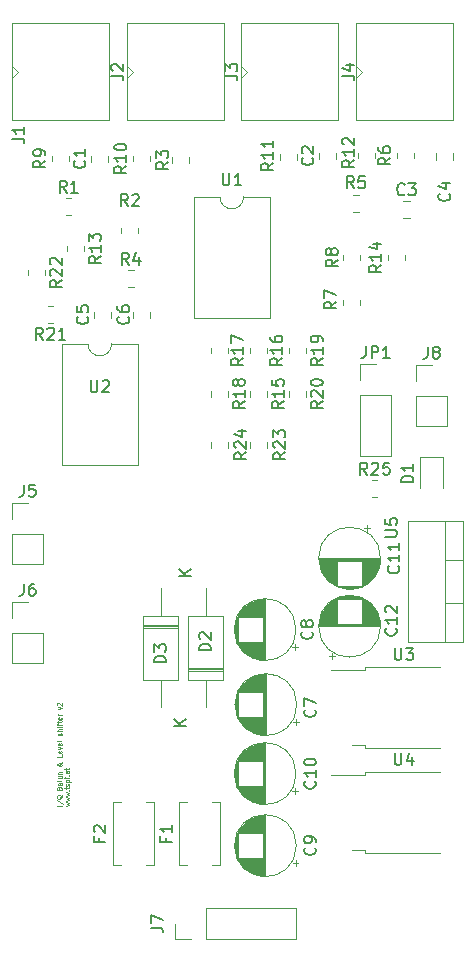
<source format=gto>
G04 #@! TF.GenerationSoftware,KiCad,Pcbnew,7.0.2*
G04 #@! TF.CreationDate,2024-03-05T19:29:17+01:00*
G04 #@! TF.ProjectId,BalunAndFilter,42616c75-6e41-46e6-9446-696c7465722e,rev?*
G04 #@! TF.SameCoordinates,Original*
G04 #@! TF.FileFunction,Legend,Top*
G04 #@! TF.FilePolarity,Positive*
%FSLAX46Y46*%
G04 Gerber Fmt 4.6, Leading zero omitted, Abs format (unit mm)*
G04 Created by KiCad (PCBNEW 7.0.2) date 2024-03-05 19:29:17*
%MOMM*%
%LPD*%
G01*
G04 APERTURE LIST*
%ADD10C,0.100000*%
%ADD11C,0.150000*%
%ADD12C,0.120000*%
G04 APERTURE END LIST*
D10*
X106237047Y-101504761D02*
X105837047Y-101504761D01*
X105818000Y-101028571D02*
X106332285Y-101371428D01*
X106275142Y-100628571D02*
X106256095Y-100666666D01*
X106256095Y-100666666D02*
X106218000Y-100704761D01*
X106218000Y-100704761D02*
X106160857Y-100761904D01*
X106160857Y-100761904D02*
X106141809Y-100799999D01*
X106141809Y-100799999D02*
X106141809Y-100838095D01*
X106237047Y-100819047D02*
X106218000Y-100857142D01*
X106218000Y-100857142D02*
X106179904Y-100895237D01*
X106179904Y-100895237D02*
X106103714Y-100914285D01*
X106103714Y-100914285D02*
X105970380Y-100914285D01*
X105970380Y-100914285D02*
X105894190Y-100895237D01*
X105894190Y-100895237D02*
X105856095Y-100857142D01*
X105856095Y-100857142D02*
X105837047Y-100819047D01*
X105837047Y-100819047D02*
X105837047Y-100742856D01*
X105837047Y-100742856D02*
X105856095Y-100704761D01*
X105856095Y-100704761D02*
X105894190Y-100666666D01*
X105894190Y-100666666D02*
X105970380Y-100647618D01*
X105970380Y-100647618D02*
X106103714Y-100647618D01*
X106103714Y-100647618D02*
X106179904Y-100666666D01*
X106179904Y-100666666D02*
X106218000Y-100704761D01*
X106218000Y-100704761D02*
X106237047Y-100742856D01*
X106237047Y-100742856D02*
X106237047Y-100819047D01*
X106027523Y-100038094D02*
X106046571Y-99980951D01*
X106046571Y-99980951D02*
X106065619Y-99961904D01*
X106065619Y-99961904D02*
X106103714Y-99942856D01*
X106103714Y-99942856D02*
X106160857Y-99942856D01*
X106160857Y-99942856D02*
X106198952Y-99961904D01*
X106198952Y-99961904D02*
X106218000Y-99980951D01*
X106218000Y-99980951D02*
X106237047Y-100019046D01*
X106237047Y-100019046D02*
X106237047Y-100171427D01*
X106237047Y-100171427D02*
X105837047Y-100171427D01*
X105837047Y-100171427D02*
X105837047Y-100038094D01*
X105837047Y-100038094D02*
X105856095Y-99999999D01*
X105856095Y-99999999D02*
X105875142Y-99980951D01*
X105875142Y-99980951D02*
X105913238Y-99961904D01*
X105913238Y-99961904D02*
X105951333Y-99961904D01*
X105951333Y-99961904D02*
X105989428Y-99980951D01*
X105989428Y-99980951D02*
X106008476Y-99999999D01*
X106008476Y-99999999D02*
X106027523Y-100038094D01*
X106027523Y-100038094D02*
X106027523Y-100171427D01*
X106237047Y-99599999D02*
X106027523Y-99599999D01*
X106027523Y-99599999D02*
X105989428Y-99619046D01*
X105989428Y-99619046D02*
X105970380Y-99657142D01*
X105970380Y-99657142D02*
X105970380Y-99733332D01*
X105970380Y-99733332D02*
X105989428Y-99771427D01*
X106218000Y-99599999D02*
X106237047Y-99638094D01*
X106237047Y-99638094D02*
X106237047Y-99733332D01*
X106237047Y-99733332D02*
X106218000Y-99771427D01*
X106218000Y-99771427D02*
X106179904Y-99790475D01*
X106179904Y-99790475D02*
X106141809Y-99790475D01*
X106141809Y-99790475D02*
X106103714Y-99771427D01*
X106103714Y-99771427D02*
X106084666Y-99733332D01*
X106084666Y-99733332D02*
X106084666Y-99638094D01*
X106084666Y-99638094D02*
X106065619Y-99599999D01*
X106237047Y-99352380D02*
X106218000Y-99390475D01*
X106218000Y-99390475D02*
X106179904Y-99409522D01*
X106179904Y-99409522D02*
X105837047Y-99409522D01*
X105970380Y-99028570D02*
X106237047Y-99028570D01*
X105970380Y-99199998D02*
X106179904Y-99199998D01*
X106179904Y-99199998D02*
X106218000Y-99180951D01*
X106218000Y-99180951D02*
X106237047Y-99142856D01*
X106237047Y-99142856D02*
X106237047Y-99085713D01*
X106237047Y-99085713D02*
X106218000Y-99047617D01*
X106218000Y-99047617D02*
X106198952Y-99028570D01*
X105970380Y-98838093D02*
X106237047Y-98838093D01*
X106008476Y-98838093D02*
X105989428Y-98819046D01*
X105989428Y-98819046D02*
X105970380Y-98780951D01*
X105970380Y-98780951D02*
X105970380Y-98723808D01*
X105970380Y-98723808D02*
X105989428Y-98685712D01*
X105989428Y-98685712D02*
X106027523Y-98666665D01*
X106027523Y-98666665D02*
X106237047Y-98666665D01*
X106237047Y-97847617D02*
X106237047Y-97866665D01*
X106237047Y-97866665D02*
X106218000Y-97904760D01*
X106218000Y-97904760D02*
X106160857Y-97961903D01*
X106160857Y-97961903D02*
X106046571Y-98057141D01*
X106046571Y-98057141D02*
X105989428Y-98095236D01*
X105989428Y-98095236D02*
X105932285Y-98114284D01*
X105932285Y-98114284D02*
X105894190Y-98114284D01*
X105894190Y-98114284D02*
X105856095Y-98095236D01*
X105856095Y-98095236D02*
X105837047Y-98057141D01*
X105837047Y-98057141D02*
X105837047Y-98038093D01*
X105837047Y-98038093D02*
X105856095Y-97999998D01*
X105856095Y-97999998D02*
X105894190Y-97980950D01*
X105894190Y-97980950D02*
X105913238Y-97980950D01*
X105913238Y-97980950D02*
X105951333Y-97999998D01*
X105951333Y-97999998D02*
X105970380Y-98019045D01*
X105970380Y-98019045D02*
X106046571Y-98133331D01*
X106046571Y-98133331D02*
X106065619Y-98152379D01*
X106065619Y-98152379D02*
X106103714Y-98171426D01*
X106103714Y-98171426D02*
X106160857Y-98171426D01*
X106160857Y-98171426D02*
X106198952Y-98152379D01*
X106198952Y-98152379D02*
X106218000Y-98133331D01*
X106218000Y-98133331D02*
X106237047Y-98095236D01*
X106237047Y-98095236D02*
X106237047Y-98038093D01*
X106237047Y-98038093D02*
X106218000Y-97999998D01*
X106218000Y-97999998D02*
X106198952Y-97980950D01*
X106198952Y-97980950D02*
X106122761Y-97923807D01*
X106122761Y-97923807D02*
X106065619Y-97904760D01*
X106065619Y-97904760D02*
X106027523Y-97904760D01*
X106237047Y-97180950D02*
X106237047Y-97371426D01*
X106237047Y-97371426D02*
X105837047Y-97371426D01*
X106218000Y-96895235D02*
X106237047Y-96933331D01*
X106237047Y-96933331D02*
X106237047Y-97009521D01*
X106237047Y-97009521D02*
X106218000Y-97047616D01*
X106218000Y-97047616D02*
X106179904Y-97066664D01*
X106179904Y-97066664D02*
X106027523Y-97066664D01*
X106027523Y-97066664D02*
X105989428Y-97047616D01*
X105989428Y-97047616D02*
X105970380Y-97009521D01*
X105970380Y-97009521D02*
X105970380Y-96933331D01*
X105970380Y-96933331D02*
X105989428Y-96895235D01*
X105989428Y-96895235D02*
X106027523Y-96876188D01*
X106027523Y-96876188D02*
X106065619Y-96876188D01*
X106065619Y-96876188D02*
X106103714Y-97066664D01*
X105970380Y-96742855D02*
X106237047Y-96647617D01*
X106237047Y-96647617D02*
X105970380Y-96552378D01*
X106218000Y-96247616D02*
X106237047Y-96285712D01*
X106237047Y-96285712D02*
X106237047Y-96361902D01*
X106237047Y-96361902D02*
X106218000Y-96399997D01*
X106218000Y-96399997D02*
X106179904Y-96419045D01*
X106179904Y-96419045D02*
X106027523Y-96419045D01*
X106027523Y-96419045D02*
X105989428Y-96399997D01*
X105989428Y-96399997D02*
X105970380Y-96361902D01*
X105970380Y-96361902D02*
X105970380Y-96285712D01*
X105970380Y-96285712D02*
X105989428Y-96247616D01*
X105989428Y-96247616D02*
X106027523Y-96228569D01*
X106027523Y-96228569D02*
X106065619Y-96228569D01*
X106065619Y-96228569D02*
X106103714Y-96419045D01*
X106237047Y-95999998D02*
X106218000Y-96038093D01*
X106218000Y-96038093D02*
X106179904Y-96057140D01*
X106179904Y-96057140D02*
X105837047Y-96057140D01*
X106218000Y-95561902D02*
X106237047Y-95523807D01*
X106237047Y-95523807D02*
X106237047Y-95447616D01*
X106237047Y-95447616D02*
X106218000Y-95409521D01*
X106218000Y-95409521D02*
X106179904Y-95390473D01*
X106179904Y-95390473D02*
X106160857Y-95390473D01*
X106160857Y-95390473D02*
X106122761Y-95409521D01*
X106122761Y-95409521D02*
X106103714Y-95447616D01*
X106103714Y-95447616D02*
X106103714Y-95504759D01*
X106103714Y-95504759D02*
X106084666Y-95542854D01*
X106084666Y-95542854D02*
X106046571Y-95561902D01*
X106046571Y-95561902D02*
X106027523Y-95561902D01*
X106027523Y-95561902D02*
X105989428Y-95542854D01*
X105989428Y-95542854D02*
X105970380Y-95504759D01*
X105970380Y-95504759D02*
X105970380Y-95447616D01*
X105970380Y-95447616D02*
X105989428Y-95409521D01*
X106237047Y-95219044D02*
X105837047Y-95219044D01*
X106237047Y-95047616D02*
X106027523Y-95047616D01*
X106027523Y-95047616D02*
X105989428Y-95066663D01*
X105989428Y-95066663D02*
X105970380Y-95104759D01*
X105970380Y-95104759D02*
X105970380Y-95161902D01*
X105970380Y-95161902D02*
X105989428Y-95199997D01*
X105989428Y-95199997D02*
X106008476Y-95219044D01*
X106237047Y-94857139D02*
X105970380Y-94857139D01*
X105837047Y-94857139D02*
X105856095Y-94876187D01*
X105856095Y-94876187D02*
X105875142Y-94857139D01*
X105875142Y-94857139D02*
X105856095Y-94838092D01*
X105856095Y-94838092D02*
X105837047Y-94857139D01*
X105837047Y-94857139D02*
X105875142Y-94857139D01*
X105970380Y-94723806D02*
X105970380Y-94571425D01*
X106237047Y-94666663D02*
X105894190Y-94666663D01*
X105894190Y-94666663D02*
X105856095Y-94647616D01*
X105856095Y-94647616D02*
X105837047Y-94609521D01*
X105837047Y-94609521D02*
X105837047Y-94571425D01*
X105970380Y-94495235D02*
X105970380Y-94342854D01*
X105837047Y-94438092D02*
X106179904Y-94438092D01*
X106179904Y-94438092D02*
X106218000Y-94419045D01*
X106218000Y-94419045D02*
X106237047Y-94380950D01*
X106237047Y-94380950D02*
X106237047Y-94342854D01*
X106218000Y-94057140D02*
X106237047Y-94095236D01*
X106237047Y-94095236D02*
X106237047Y-94171426D01*
X106237047Y-94171426D02*
X106218000Y-94209521D01*
X106218000Y-94209521D02*
X106179904Y-94228569D01*
X106179904Y-94228569D02*
X106027523Y-94228569D01*
X106027523Y-94228569D02*
X105989428Y-94209521D01*
X105989428Y-94209521D02*
X105970380Y-94171426D01*
X105970380Y-94171426D02*
X105970380Y-94095236D01*
X105970380Y-94095236D02*
X105989428Y-94057140D01*
X105989428Y-94057140D02*
X106027523Y-94038093D01*
X106027523Y-94038093D02*
X106065619Y-94038093D01*
X106065619Y-94038093D02*
X106103714Y-94228569D01*
X106237047Y-93866664D02*
X105970380Y-93866664D01*
X106046571Y-93866664D02*
X106008476Y-93847617D01*
X106008476Y-93847617D02*
X105989428Y-93828569D01*
X105989428Y-93828569D02*
X105970380Y-93790474D01*
X105970380Y-93790474D02*
X105970380Y-93752379D01*
X105970380Y-93352379D02*
X106237047Y-93257141D01*
X106237047Y-93257141D02*
X105970380Y-93161902D01*
X105875142Y-93028569D02*
X105856095Y-93009521D01*
X105856095Y-93009521D02*
X105837047Y-92971426D01*
X105837047Y-92971426D02*
X105837047Y-92876188D01*
X105837047Y-92876188D02*
X105856095Y-92838093D01*
X105856095Y-92838093D02*
X105875142Y-92819045D01*
X105875142Y-92819045D02*
X105913238Y-92799998D01*
X105913238Y-92799998D02*
X105951333Y-92799998D01*
X105951333Y-92799998D02*
X106008476Y-92819045D01*
X106008476Y-92819045D02*
X106237047Y-93047617D01*
X106237047Y-93047617D02*
X106237047Y-92799998D01*
X106618380Y-101542857D02*
X106885047Y-101466666D01*
X106885047Y-101466666D02*
X106694571Y-101390476D01*
X106694571Y-101390476D02*
X106885047Y-101314285D01*
X106885047Y-101314285D02*
X106618380Y-101238095D01*
X106618380Y-101123809D02*
X106885047Y-101047618D01*
X106885047Y-101047618D02*
X106694571Y-100971428D01*
X106694571Y-100971428D02*
X106885047Y-100895237D01*
X106885047Y-100895237D02*
X106618380Y-100819047D01*
X106618380Y-100704761D02*
X106885047Y-100628570D01*
X106885047Y-100628570D02*
X106694571Y-100552380D01*
X106694571Y-100552380D02*
X106885047Y-100476189D01*
X106885047Y-100476189D02*
X106618380Y-100399999D01*
X106846952Y-100247617D02*
X106866000Y-100228570D01*
X106866000Y-100228570D02*
X106885047Y-100247617D01*
X106885047Y-100247617D02*
X106866000Y-100266665D01*
X106866000Y-100266665D02*
X106846952Y-100247617D01*
X106846952Y-100247617D02*
X106885047Y-100247617D01*
X106618380Y-100114284D02*
X106618380Y-99961903D01*
X106485047Y-100057141D02*
X106827904Y-100057141D01*
X106827904Y-100057141D02*
X106866000Y-100038094D01*
X106866000Y-100038094D02*
X106885047Y-99999999D01*
X106885047Y-99999999D02*
X106885047Y-99961903D01*
X106866000Y-99847618D02*
X106885047Y-99809523D01*
X106885047Y-99809523D02*
X106885047Y-99733332D01*
X106885047Y-99733332D02*
X106866000Y-99695237D01*
X106866000Y-99695237D02*
X106827904Y-99676189D01*
X106827904Y-99676189D02*
X106808857Y-99676189D01*
X106808857Y-99676189D02*
X106770761Y-99695237D01*
X106770761Y-99695237D02*
X106751714Y-99733332D01*
X106751714Y-99733332D02*
X106751714Y-99790475D01*
X106751714Y-99790475D02*
X106732666Y-99828570D01*
X106732666Y-99828570D02*
X106694571Y-99847618D01*
X106694571Y-99847618D02*
X106675523Y-99847618D01*
X106675523Y-99847618D02*
X106637428Y-99828570D01*
X106637428Y-99828570D02*
X106618380Y-99790475D01*
X106618380Y-99790475D02*
X106618380Y-99733332D01*
X106618380Y-99733332D02*
X106637428Y-99695237D01*
X106618380Y-99504760D02*
X107018380Y-99504760D01*
X106637428Y-99504760D02*
X106618380Y-99466665D01*
X106618380Y-99466665D02*
X106618380Y-99390475D01*
X106618380Y-99390475D02*
X106637428Y-99352379D01*
X106637428Y-99352379D02*
X106656476Y-99333332D01*
X106656476Y-99333332D02*
X106694571Y-99314284D01*
X106694571Y-99314284D02*
X106808857Y-99314284D01*
X106808857Y-99314284D02*
X106846952Y-99333332D01*
X106846952Y-99333332D02*
X106866000Y-99352379D01*
X106866000Y-99352379D02*
X106885047Y-99390475D01*
X106885047Y-99390475D02*
X106885047Y-99466665D01*
X106885047Y-99466665D02*
X106866000Y-99504760D01*
X106885047Y-99142855D02*
X106618380Y-99142855D01*
X106485047Y-99142855D02*
X106504095Y-99161903D01*
X106504095Y-99161903D02*
X106523142Y-99142855D01*
X106523142Y-99142855D02*
X106504095Y-99123808D01*
X106504095Y-99123808D02*
X106485047Y-99142855D01*
X106485047Y-99142855D02*
X106523142Y-99142855D01*
X106846952Y-98952379D02*
X106866000Y-98933332D01*
X106866000Y-98933332D02*
X106885047Y-98952379D01*
X106885047Y-98952379D02*
X106866000Y-98971427D01*
X106866000Y-98971427D02*
X106846952Y-98952379D01*
X106846952Y-98952379D02*
X106885047Y-98952379D01*
X106885047Y-98590475D02*
X106675523Y-98590475D01*
X106675523Y-98590475D02*
X106637428Y-98609522D01*
X106637428Y-98609522D02*
X106618380Y-98647618D01*
X106618380Y-98647618D02*
X106618380Y-98723808D01*
X106618380Y-98723808D02*
X106637428Y-98761903D01*
X106866000Y-98590475D02*
X106885047Y-98628570D01*
X106885047Y-98628570D02*
X106885047Y-98723808D01*
X106885047Y-98723808D02*
X106866000Y-98761903D01*
X106866000Y-98761903D02*
X106827904Y-98780951D01*
X106827904Y-98780951D02*
X106789809Y-98780951D01*
X106789809Y-98780951D02*
X106751714Y-98761903D01*
X106751714Y-98761903D02*
X106732666Y-98723808D01*
X106732666Y-98723808D02*
X106732666Y-98628570D01*
X106732666Y-98628570D02*
X106713619Y-98590475D01*
X106618380Y-98457141D02*
X106618380Y-98304760D01*
X106485047Y-98399998D02*
X106827904Y-98399998D01*
X106827904Y-98399998D02*
X106866000Y-98380951D01*
X106866000Y-98380951D02*
X106885047Y-98342856D01*
X106885047Y-98342856D02*
X106885047Y-98304760D01*
D11*
G04 #@! TO.C,F2*
X109427809Y-104219333D02*
X109427809Y-104552666D01*
X109951619Y-104552666D02*
X108951619Y-104552666D01*
X108951619Y-104552666D02*
X108951619Y-104076476D01*
X109046857Y-103743142D02*
X108999238Y-103695523D01*
X108999238Y-103695523D02*
X108951619Y-103600285D01*
X108951619Y-103600285D02*
X108951619Y-103362190D01*
X108951619Y-103362190D02*
X108999238Y-103266952D01*
X108999238Y-103266952D02*
X109046857Y-103219333D01*
X109046857Y-103219333D02*
X109142095Y-103171714D01*
X109142095Y-103171714D02*
X109237333Y-103171714D01*
X109237333Y-103171714D02*
X109380190Y-103219333D01*
X109380190Y-103219333D02*
X109951619Y-103790761D01*
X109951619Y-103790761D02*
X109951619Y-103171714D01*
G04 #@! TO.C,F1*
X115071809Y-104219333D02*
X115071809Y-104552666D01*
X115595619Y-104552666D02*
X114595619Y-104552666D01*
X114595619Y-104552666D02*
X114595619Y-104076476D01*
X115595619Y-103171714D02*
X115595619Y-103743142D01*
X115595619Y-103457428D02*
X114595619Y-103457428D01*
X114595619Y-103457428D02*
X114738476Y-103552666D01*
X114738476Y-103552666D02*
X114833714Y-103647904D01*
X114833714Y-103647904D02*
X114881333Y-103743142D01*
G04 #@! TO.C,D3*
X115087619Y-89384094D02*
X114087619Y-89384094D01*
X114087619Y-89384094D02*
X114087619Y-89145999D01*
X114087619Y-89145999D02*
X114135238Y-89003142D01*
X114135238Y-89003142D02*
X114230476Y-88907904D01*
X114230476Y-88907904D02*
X114325714Y-88860285D01*
X114325714Y-88860285D02*
X114516190Y-88812666D01*
X114516190Y-88812666D02*
X114659047Y-88812666D01*
X114659047Y-88812666D02*
X114849523Y-88860285D01*
X114849523Y-88860285D02*
X114944761Y-88907904D01*
X114944761Y-88907904D02*
X115040000Y-89003142D01*
X115040000Y-89003142D02*
X115087619Y-89145999D01*
X115087619Y-89145999D02*
X115087619Y-89384094D01*
X114087619Y-88479332D02*
X114087619Y-87860285D01*
X114087619Y-87860285D02*
X114468571Y-88193618D01*
X114468571Y-88193618D02*
X114468571Y-88050761D01*
X114468571Y-88050761D02*
X114516190Y-87955523D01*
X114516190Y-87955523D02*
X114563809Y-87907904D01*
X114563809Y-87907904D02*
X114659047Y-87860285D01*
X114659047Y-87860285D02*
X114897142Y-87860285D01*
X114897142Y-87860285D02*
X114992380Y-87907904D01*
X114992380Y-87907904D02*
X115040000Y-87955523D01*
X115040000Y-87955523D02*
X115087619Y-88050761D01*
X115087619Y-88050761D02*
X115087619Y-88336475D01*
X115087619Y-88336475D02*
X115040000Y-88431713D01*
X115040000Y-88431713D02*
X114992380Y-88479332D01*
X117187619Y-82049904D02*
X116187619Y-82049904D01*
X117187619Y-81478476D02*
X116616190Y-81907047D01*
X116187619Y-81478476D02*
X116759047Y-82049904D01*
G04 #@! TO.C,D2*
X118897619Y-88368094D02*
X117897619Y-88368094D01*
X117897619Y-88368094D02*
X117897619Y-88129999D01*
X117897619Y-88129999D02*
X117945238Y-87987142D01*
X117945238Y-87987142D02*
X118040476Y-87891904D01*
X118040476Y-87891904D02*
X118135714Y-87844285D01*
X118135714Y-87844285D02*
X118326190Y-87796666D01*
X118326190Y-87796666D02*
X118469047Y-87796666D01*
X118469047Y-87796666D02*
X118659523Y-87844285D01*
X118659523Y-87844285D02*
X118754761Y-87891904D01*
X118754761Y-87891904D02*
X118850000Y-87987142D01*
X118850000Y-87987142D02*
X118897619Y-88129999D01*
X118897619Y-88129999D02*
X118897619Y-88368094D01*
X117992857Y-87415713D02*
X117945238Y-87368094D01*
X117945238Y-87368094D02*
X117897619Y-87272856D01*
X117897619Y-87272856D02*
X117897619Y-87034761D01*
X117897619Y-87034761D02*
X117945238Y-86939523D01*
X117945238Y-86939523D02*
X117992857Y-86891904D01*
X117992857Y-86891904D02*
X118088095Y-86844285D01*
X118088095Y-86844285D02*
X118183333Y-86844285D01*
X118183333Y-86844285D02*
X118326190Y-86891904D01*
X118326190Y-86891904D02*
X118897619Y-87463332D01*
X118897619Y-87463332D02*
X118897619Y-86844285D01*
X116797619Y-94749904D02*
X115797619Y-94749904D01*
X116797619Y-94178476D02*
X116226190Y-94607047D01*
X115797619Y-94178476D02*
X116369047Y-94749904D01*
G04 #@! TO.C,R25*
X132119642Y-73488619D02*
X131786309Y-73012428D01*
X131548214Y-73488619D02*
X131548214Y-72488619D01*
X131548214Y-72488619D02*
X131929166Y-72488619D01*
X131929166Y-72488619D02*
X132024404Y-72536238D01*
X132024404Y-72536238D02*
X132072023Y-72583857D01*
X132072023Y-72583857D02*
X132119642Y-72679095D01*
X132119642Y-72679095D02*
X132119642Y-72821952D01*
X132119642Y-72821952D02*
X132072023Y-72917190D01*
X132072023Y-72917190D02*
X132024404Y-72964809D01*
X132024404Y-72964809D02*
X131929166Y-73012428D01*
X131929166Y-73012428D02*
X131548214Y-73012428D01*
X132500595Y-72583857D02*
X132548214Y-72536238D01*
X132548214Y-72536238D02*
X132643452Y-72488619D01*
X132643452Y-72488619D02*
X132881547Y-72488619D01*
X132881547Y-72488619D02*
X132976785Y-72536238D01*
X132976785Y-72536238D02*
X133024404Y-72583857D01*
X133024404Y-72583857D02*
X133072023Y-72679095D01*
X133072023Y-72679095D02*
X133072023Y-72774333D01*
X133072023Y-72774333D02*
X133024404Y-72917190D01*
X133024404Y-72917190D02*
X132452976Y-73488619D01*
X132452976Y-73488619D02*
X133072023Y-73488619D01*
X133976785Y-72488619D02*
X133500595Y-72488619D01*
X133500595Y-72488619D02*
X133452976Y-72964809D01*
X133452976Y-72964809D02*
X133500595Y-72917190D01*
X133500595Y-72917190D02*
X133595833Y-72869571D01*
X133595833Y-72869571D02*
X133833928Y-72869571D01*
X133833928Y-72869571D02*
X133929166Y-72917190D01*
X133929166Y-72917190D02*
X133976785Y-72964809D01*
X133976785Y-72964809D02*
X134024404Y-73060047D01*
X134024404Y-73060047D02*
X134024404Y-73298142D01*
X134024404Y-73298142D02*
X133976785Y-73393380D01*
X133976785Y-73393380D02*
X133929166Y-73441000D01*
X133929166Y-73441000D02*
X133833928Y-73488619D01*
X133833928Y-73488619D02*
X133595833Y-73488619D01*
X133595833Y-73488619D02*
X133500595Y-73441000D01*
X133500595Y-73441000D02*
X133452976Y-73393380D01*
G04 #@! TO.C,JP1*
X132009666Y-62619619D02*
X132009666Y-63333904D01*
X132009666Y-63333904D02*
X131962047Y-63476761D01*
X131962047Y-63476761D02*
X131866809Y-63572000D01*
X131866809Y-63572000D02*
X131723952Y-63619619D01*
X131723952Y-63619619D02*
X131628714Y-63619619D01*
X132485857Y-63619619D02*
X132485857Y-62619619D01*
X132485857Y-62619619D02*
X132866809Y-62619619D01*
X132866809Y-62619619D02*
X132962047Y-62667238D01*
X132962047Y-62667238D02*
X133009666Y-62714857D01*
X133009666Y-62714857D02*
X133057285Y-62810095D01*
X133057285Y-62810095D02*
X133057285Y-62952952D01*
X133057285Y-62952952D02*
X133009666Y-63048190D01*
X133009666Y-63048190D02*
X132962047Y-63095809D01*
X132962047Y-63095809D02*
X132866809Y-63143428D01*
X132866809Y-63143428D02*
X132485857Y-63143428D01*
X134009666Y-63619619D02*
X133438238Y-63619619D01*
X133723952Y-63619619D02*
X133723952Y-62619619D01*
X133723952Y-62619619D02*
X133628714Y-62762476D01*
X133628714Y-62762476D02*
X133533476Y-62857714D01*
X133533476Y-62857714D02*
X133438238Y-62905333D01*
G04 #@! TO.C,J8*
X137250166Y-62664619D02*
X137250166Y-63378904D01*
X137250166Y-63378904D02*
X137202547Y-63521761D01*
X137202547Y-63521761D02*
X137107309Y-63617000D01*
X137107309Y-63617000D02*
X136964452Y-63664619D01*
X136964452Y-63664619D02*
X136869214Y-63664619D01*
X137869214Y-63093190D02*
X137773976Y-63045571D01*
X137773976Y-63045571D02*
X137726357Y-62997952D01*
X137726357Y-62997952D02*
X137678738Y-62902714D01*
X137678738Y-62902714D02*
X137678738Y-62855095D01*
X137678738Y-62855095D02*
X137726357Y-62759857D01*
X137726357Y-62759857D02*
X137773976Y-62712238D01*
X137773976Y-62712238D02*
X137869214Y-62664619D01*
X137869214Y-62664619D02*
X138059690Y-62664619D01*
X138059690Y-62664619D02*
X138154928Y-62712238D01*
X138154928Y-62712238D02*
X138202547Y-62759857D01*
X138202547Y-62759857D02*
X138250166Y-62855095D01*
X138250166Y-62855095D02*
X138250166Y-62902714D01*
X138250166Y-62902714D02*
X138202547Y-62997952D01*
X138202547Y-62997952D02*
X138154928Y-63045571D01*
X138154928Y-63045571D02*
X138059690Y-63093190D01*
X138059690Y-63093190D02*
X137869214Y-63093190D01*
X137869214Y-63093190D02*
X137773976Y-63140809D01*
X137773976Y-63140809D02*
X137726357Y-63188428D01*
X137726357Y-63188428D02*
X137678738Y-63283666D01*
X137678738Y-63283666D02*
X137678738Y-63474142D01*
X137678738Y-63474142D02*
X137726357Y-63569380D01*
X137726357Y-63569380D02*
X137773976Y-63617000D01*
X137773976Y-63617000D02*
X137869214Y-63664619D01*
X137869214Y-63664619D02*
X138059690Y-63664619D01*
X138059690Y-63664619D02*
X138154928Y-63617000D01*
X138154928Y-63617000D02*
X138202547Y-63569380D01*
X138202547Y-63569380D02*
X138250166Y-63474142D01*
X138250166Y-63474142D02*
X138250166Y-63283666D01*
X138250166Y-63283666D02*
X138202547Y-63188428D01*
X138202547Y-63188428D02*
X138154928Y-63140809D01*
X138154928Y-63140809D02*
X138059690Y-63093190D01*
G04 #@! TO.C,D1*
X136019119Y-74144094D02*
X135019119Y-74144094D01*
X135019119Y-74144094D02*
X135019119Y-73905999D01*
X135019119Y-73905999D02*
X135066738Y-73763142D01*
X135066738Y-73763142D02*
X135161976Y-73667904D01*
X135161976Y-73667904D02*
X135257214Y-73620285D01*
X135257214Y-73620285D02*
X135447690Y-73572666D01*
X135447690Y-73572666D02*
X135590547Y-73572666D01*
X135590547Y-73572666D02*
X135781023Y-73620285D01*
X135781023Y-73620285D02*
X135876261Y-73667904D01*
X135876261Y-73667904D02*
X135971500Y-73763142D01*
X135971500Y-73763142D02*
X136019119Y-73905999D01*
X136019119Y-73905999D02*
X136019119Y-74144094D01*
X136019119Y-72620285D02*
X136019119Y-73191713D01*
X136019119Y-72905999D02*
X135019119Y-72905999D01*
X135019119Y-72905999D02*
X135161976Y-73001237D01*
X135161976Y-73001237D02*
X135257214Y-73096475D01*
X135257214Y-73096475D02*
X135304833Y-73191713D01*
G04 #@! TO.C,U5*
X133645619Y-78739904D02*
X134455142Y-78739904D01*
X134455142Y-78739904D02*
X134550380Y-78692285D01*
X134550380Y-78692285D02*
X134598000Y-78644666D01*
X134598000Y-78644666D02*
X134645619Y-78549428D01*
X134645619Y-78549428D02*
X134645619Y-78358952D01*
X134645619Y-78358952D02*
X134598000Y-78263714D01*
X134598000Y-78263714D02*
X134550380Y-78216095D01*
X134550380Y-78216095D02*
X134455142Y-78168476D01*
X134455142Y-78168476D02*
X133645619Y-78168476D01*
X133645619Y-77216095D02*
X133645619Y-77692285D01*
X133645619Y-77692285D02*
X134121809Y-77739904D01*
X134121809Y-77739904D02*
X134074190Y-77692285D01*
X134074190Y-77692285D02*
X134026571Y-77597047D01*
X134026571Y-77597047D02*
X134026571Y-77358952D01*
X134026571Y-77358952D02*
X134074190Y-77263714D01*
X134074190Y-77263714D02*
X134121809Y-77216095D01*
X134121809Y-77216095D02*
X134217047Y-77168476D01*
X134217047Y-77168476D02*
X134455142Y-77168476D01*
X134455142Y-77168476D02*
X134550380Y-77216095D01*
X134550380Y-77216095D02*
X134598000Y-77263714D01*
X134598000Y-77263714D02*
X134645619Y-77358952D01*
X134645619Y-77358952D02*
X134645619Y-77597047D01*
X134645619Y-77597047D02*
X134598000Y-77692285D01*
X134598000Y-77692285D02*
X134550380Y-77739904D01*
G04 #@! TO.C,U4*
X134447095Y-97071619D02*
X134447095Y-97881142D01*
X134447095Y-97881142D02*
X134494714Y-97976380D01*
X134494714Y-97976380D02*
X134542333Y-98024000D01*
X134542333Y-98024000D02*
X134637571Y-98071619D01*
X134637571Y-98071619D02*
X134828047Y-98071619D01*
X134828047Y-98071619D02*
X134923285Y-98024000D01*
X134923285Y-98024000D02*
X134970904Y-97976380D01*
X134970904Y-97976380D02*
X135018523Y-97881142D01*
X135018523Y-97881142D02*
X135018523Y-97071619D01*
X135923285Y-97404952D02*
X135923285Y-98071619D01*
X135685190Y-97024000D02*
X135447095Y-97738285D01*
X135447095Y-97738285D02*
X136066142Y-97738285D01*
G04 #@! TO.C,U3*
X134447095Y-88180619D02*
X134447095Y-88990142D01*
X134447095Y-88990142D02*
X134494714Y-89085380D01*
X134494714Y-89085380D02*
X134542333Y-89133000D01*
X134542333Y-89133000D02*
X134637571Y-89180619D01*
X134637571Y-89180619D02*
X134828047Y-89180619D01*
X134828047Y-89180619D02*
X134923285Y-89133000D01*
X134923285Y-89133000D02*
X134970904Y-89085380D01*
X134970904Y-89085380D02*
X135018523Y-88990142D01*
X135018523Y-88990142D02*
X135018523Y-88180619D01*
X135399476Y-88180619D02*
X136018523Y-88180619D01*
X136018523Y-88180619D02*
X135685190Y-88561571D01*
X135685190Y-88561571D02*
X135828047Y-88561571D01*
X135828047Y-88561571D02*
X135923285Y-88609190D01*
X135923285Y-88609190D02*
X135970904Y-88656809D01*
X135970904Y-88656809D02*
X136018523Y-88752047D01*
X136018523Y-88752047D02*
X136018523Y-88990142D01*
X136018523Y-88990142D02*
X135970904Y-89085380D01*
X135970904Y-89085380D02*
X135923285Y-89133000D01*
X135923285Y-89133000D02*
X135828047Y-89180619D01*
X135828047Y-89180619D02*
X135542333Y-89180619D01*
X135542333Y-89180619D02*
X135447095Y-89133000D01*
X135447095Y-89133000D02*
X135399476Y-89085380D01*
G04 #@! TO.C,U2*
X108712095Y-65502619D02*
X108712095Y-66312142D01*
X108712095Y-66312142D02*
X108759714Y-66407380D01*
X108759714Y-66407380D02*
X108807333Y-66455000D01*
X108807333Y-66455000D02*
X108902571Y-66502619D01*
X108902571Y-66502619D02*
X109093047Y-66502619D01*
X109093047Y-66502619D02*
X109188285Y-66455000D01*
X109188285Y-66455000D02*
X109235904Y-66407380D01*
X109235904Y-66407380D02*
X109283523Y-66312142D01*
X109283523Y-66312142D02*
X109283523Y-65502619D01*
X109712095Y-65597857D02*
X109759714Y-65550238D01*
X109759714Y-65550238D02*
X109854952Y-65502619D01*
X109854952Y-65502619D02*
X110093047Y-65502619D01*
X110093047Y-65502619D02*
X110188285Y-65550238D01*
X110188285Y-65550238D02*
X110235904Y-65597857D01*
X110235904Y-65597857D02*
X110283523Y-65693095D01*
X110283523Y-65693095D02*
X110283523Y-65788333D01*
X110283523Y-65788333D02*
X110235904Y-65931190D01*
X110235904Y-65931190D02*
X109664476Y-66502619D01*
X109664476Y-66502619D02*
X110283523Y-66502619D01*
G04 #@! TO.C,U1*
X119888095Y-47976619D02*
X119888095Y-48786142D01*
X119888095Y-48786142D02*
X119935714Y-48881380D01*
X119935714Y-48881380D02*
X119983333Y-48929000D01*
X119983333Y-48929000D02*
X120078571Y-48976619D01*
X120078571Y-48976619D02*
X120269047Y-48976619D01*
X120269047Y-48976619D02*
X120364285Y-48929000D01*
X120364285Y-48929000D02*
X120411904Y-48881380D01*
X120411904Y-48881380D02*
X120459523Y-48786142D01*
X120459523Y-48786142D02*
X120459523Y-47976619D01*
X121459523Y-48976619D02*
X120888095Y-48976619D01*
X121173809Y-48976619D02*
X121173809Y-47976619D01*
X121173809Y-47976619D02*
X121078571Y-48119476D01*
X121078571Y-48119476D02*
X120983333Y-48214714D01*
X120983333Y-48214714D02*
X120888095Y-48262333D01*
G04 #@! TO.C,R24*
X121874619Y-71612357D02*
X121398428Y-71945690D01*
X121874619Y-72183785D02*
X120874619Y-72183785D01*
X120874619Y-72183785D02*
X120874619Y-71802833D01*
X120874619Y-71802833D02*
X120922238Y-71707595D01*
X120922238Y-71707595D02*
X120969857Y-71659976D01*
X120969857Y-71659976D02*
X121065095Y-71612357D01*
X121065095Y-71612357D02*
X121207952Y-71612357D01*
X121207952Y-71612357D02*
X121303190Y-71659976D01*
X121303190Y-71659976D02*
X121350809Y-71707595D01*
X121350809Y-71707595D02*
X121398428Y-71802833D01*
X121398428Y-71802833D02*
X121398428Y-72183785D01*
X120969857Y-71231404D02*
X120922238Y-71183785D01*
X120922238Y-71183785D02*
X120874619Y-71088547D01*
X120874619Y-71088547D02*
X120874619Y-70850452D01*
X120874619Y-70850452D02*
X120922238Y-70755214D01*
X120922238Y-70755214D02*
X120969857Y-70707595D01*
X120969857Y-70707595D02*
X121065095Y-70659976D01*
X121065095Y-70659976D02*
X121160333Y-70659976D01*
X121160333Y-70659976D02*
X121303190Y-70707595D01*
X121303190Y-70707595D02*
X121874619Y-71279023D01*
X121874619Y-71279023D02*
X121874619Y-70659976D01*
X121207952Y-69802833D02*
X121874619Y-69802833D01*
X120827000Y-70040928D02*
X121541285Y-70279023D01*
X121541285Y-70279023D02*
X121541285Y-69659976D01*
G04 #@! TO.C,R23*
X125176619Y-71612357D02*
X124700428Y-71945690D01*
X125176619Y-72183785D02*
X124176619Y-72183785D01*
X124176619Y-72183785D02*
X124176619Y-71802833D01*
X124176619Y-71802833D02*
X124224238Y-71707595D01*
X124224238Y-71707595D02*
X124271857Y-71659976D01*
X124271857Y-71659976D02*
X124367095Y-71612357D01*
X124367095Y-71612357D02*
X124509952Y-71612357D01*
X124509952Y-71612357D02*
X124605190Y-71659976D01*
X124605190Y-71659976D02*
X124652809Y-71707595D01*
X124652809Y-71707595D02*
X124700428Y-71802833D01*
X124700428Y-71802833D02*
X124700428Y-72183785D01*
X124271857Y-71231404D02*
X124224238Y-71183785D01*
X124224238Y-71183785D02*
X124176619Y-71088547D01*
X124176619Y-71088547D02*
X124176619Y-70850452D01*
X124176619Y-70850452D02*
X124224238Y-70755214D01*
X124224238Y-70755214D02*
X124271857Y-70707595D01*
X124271857Y-70707595D02*
X124367095Y-70659976D01*
X124367095Y-70659976D02*
X124462333Y-70659976D01*
X124462333Y-70659976D02*
X124605190Y-70707595D01*
X124605190Y-70707595D02*
X125176619Y-71279023D01*
X125176619Y-71279023D02*
X125176619Y-70659976D01*
X124176619Y-70326642D02*
X124176619Y-69707595D01*
X124176619Y-69707595D02*
X124557571Y-70040928D01*
X124557571Y-70040928D02*
X124557571Y-69898071D01*
X124557571Y-69898071D02*
X124605190Y-69802833D01*
X124605190Y-69802833D02*
X124652809Y-69755214D01*
X124652809Y-69755214D02*
X124748047Y-69707595D01*
X124748047Y-69707595D02*
X124986142Y-69707595D01*
X124986142Y-69707595D02*
X125081380Y-69755214D01*
X125081380Y-69755214D02*
X125129000Y-69802833D01*
X125129000Y-69802833D02*
X125176619Y-69898071D01*
X125176619Y-69898071D02*
X125176619Y-70183785D01*
X125176619Y-70183785D02*
X125129000Y-70279023D01*
X125129000Y-70279023D02*
X125081380Y-70326642D01*
G04 #@! TO.C,R22*
X106252619Y-57030857D02*
X105776428Y-57364190D01*
X106252619Y-57602285D02*
X105252619Y-57602285D01*
X105252619Y-57602285D02*
X105252619Y-57221333D01*
X105252619Y-57221333D02*
X105300238Y-57126095D01*
X105300238Y-57126095D02*
X105347857Y-57078476D01*
X105347857Y-57078476D02*
X105443095Y-57030857D01*
X105443095Y-57030857D02*
X105585952Y-57030857D01*
X105585952Y-57030857D02*
X105681190Y-57078476D01*
X105681190Y-57078476D02*
X105728809Y-57126095D01*
X105728809Y-57126095D02*
X105776428Y-57221333D01*
X105776428Y-57221333D02*
X105776428Y-57602285D01*
X105347857Y-56649904D02*
X105300238Y-56602285D01*
X105300238Y-56602285D02*
X105252619Y-56507047D01*
X105252619Y-56507047D02*
X105252619Y-56268952D01*
X105252619Y-56268952D02*
X105300238Y-56173714D01*
X105300238Y-56173714D02*
X105347857Y-56126095D01*
X105347857Y-56126095D02*
X105443095Y-56078476D01*
X105443095Y-56078476D02*
X105538333Y-56078476D01*
X105538333Y-56078476D02*
X105681190Y-56126095D01*
X105681190Y-56126095D02*
X106252619Y-56697523D01*
X106252619Y-56697523D02*
X106252619Y-56078476D01*
X105347857Y-55697523D02*
X105300238Y-55649904D01*
X105300238Y-55649904D02*
X105252619Y-55554666D01*
X105252619Y-55554666D02*
X105252619Y-55316571D01*
X105252619Y-55316571D02*
X105300238Y-55221333D01*
X105300238Y-55221333D02*
X105347857Y-55173714D01*
X105347857Y-55173714D02*
X105443095Y-55126095D01*
X105443095Y-55126095D02*
X105538333Y-55126095D01*
X105538333Y-55126095D02*
X105681190Y-55173714D01*
X105681190Y-55173714D02*
X106252619Y-55745142D01*
X106252619Y-55745142D02*
X106252619Y-55126095D01*
G04 #@! TO.C,R21*
X104663642Y-62056619D02*
X104330309Y-61580428D01*
X104092214Y-62056619D02*
X104092214Y-61056619D01*
X104092214Y-61056619D02*
X104473166Y-61056619D01*
X104473166Y-61056619D02*
X104568404Y-61104238D01*
X104568404Y-61104238D02*
X104616023Y-61151857D01*
X104616023Y-61151857D02*
X104663642Y-61247095D01*
X104663642Y-61247095D02*
X104663642Y-61389952D01*
X104663642Y-61389952D02*
X104616023Y-61485190D01*
X104616023Y-61485190D02*
X104568404Y-61532809D01*
X104568404Y-61532809D02*
X104473166Y-61580428D01*
X104473166Y-61580428D02*
X104092214Y-61580428D01*
X105044595Y-61151857D02*
X105092214Y-61104238D01*
X105092214Y-61104238D02*
X105187452Y-61056619D01*
X105187452Y-61056619D02*
X105425547Y-61056619D01*
X105425547Y-61056619D02*
X105520785Y-61104238D01*
X105520785Y-61104238D02*
X105568404Y-61151857D01*
X105568404Y-61151857D02*
X105616023Y-61247095D01*
X105616023Y-61247095D02*
X105616023Y-61342333D01*
X105616023Y-61342333D02*
X105568404Y-61485190D01*
X105568404Y-61485190D02*
X104996976Y-62056619D01*
X104996976Y-62056619D02*
X105616023Y-62056619D01*
X106568404Y-62056619D02*
X105996976Y-62056619D01*
X106282690Y-62056619D02*
X106282690Y-61056619D01*
X106282690Y-61056619D02*
X106187452Y-61199476D01*
X106187452Y-61199476D02*
X106092214Y-61294714D01*
X106092214Y-61294714D02*
X105996976Y-61342333D01*
G04 #@! TO.C,R20*
X128350619Y-67294357D02*
X127874428Y-67627690D01*
X128350619Y-67865785D02*
X127350619Y-67865785D01*
X127350619Y-67865785D02*
X127350619Y-67484833D01*
X127350619Y-67484833D02*
X127398238Y-67389595D01*
X127398238Y-67389595D02*
X127445857Y-67341976D01*
X127445857Y-67341976D02*
X127541095Y-67294357D01*
X127541095Y-67294357D02*
X127683952Y-67294357D01*
X127683952Y-67294357D02*
X127779190Y-67341976D01*
X127779190Y-67341976D02*
X127826809Y-67389595D01*
X127826809Y-67389595D02*
X127874428Y-67484833D01*
X127874428Y-67484833D02*
X127874428Y-67865785D01*
X127445857Y-66913404D02*
X127398238Y-66865785D01*
X127398238Y-66865785D02*
X127350619Y-66770547D01*
X127350619Y-66770547D02*
X127350619Y-66532452D01*
X127350619Y-66532452D02*
X127398238Y-66437214D01*
X127398238Y-66437214D02*
X127445857Y-66389595D01*
X127445857Y-66389595D02*
X127541095Y-66341976D01*
X127541095Y-66341976D02*
X127636333Y-66341976D01*
X127636333Y-66341976D02*
X127779190Y-66389595D01*
X127779190Y-66389595D02*
X128350619Y-66961023D01*
X128350619Y-66961023D02*
X128350619Y-66341976D01*
X127350619Y-65722928D02*
X127350619Y-65627690D01*
X127350619Y-65627690D02*
X127398238Y-65532452D01*
X127398238Y-65532452D02*
X127445857Y-65484833D01*
X127445857Y-65484833D02*
X127541095Y-65437214D01*
X127541095Y-65437214D02*
X127731571Y-65389595D01*
X127731571Y-65389595D02*
X127969666Y-65389595D01*
X127969666Y-65389595D02*
X128160142Y-65437214D01*
X128160142Y-65437214D02*
X128255380Y-65484833D01*
X128255380Y-65484833D02*
X128303000Y-65532452D01*
X128303000Y-65532452D02*
X128350619Y-65627690D01*
X128350619Y-65627690D02*
X128350619Y-65722928D01*
X128350619Y-65722928D02*
X128303000Y-65818166D01*
X128303000Y-65818166D02*
X128255380Y-65865785D01*
X128255380Y-65865785D02*
X128160142Y-65913404D01*
X128160142Y-65913404D02*
X127969666Y-65961023D01*
X127969666Y-65961023D02*
X127731571Y-65961023D01*
X127731571Y-65961023D02*
X127541095Y-65913404D01*
X127541095Y-65913404D02*
X127445857Y-65865785D01*
X127445857Y-65865785D02*
X127398238Y-65818166D01*
X127398238Y-65818166D02*
X127350619Y-65722928D01*
G04 #@! TO.C,R19*
X128350619Y-63634857D02*
X127874428Y-63968190D01*
X128350619Y-64206285D02*
X127350619Y-64206285D01*
X127350619Y-64206285D02*
X127350619Y-63825333D01*
X127350619Y-63825333D02*
X127398238Y-63730095D01*
X127398238Y-63730095D02*
X127445857Y-63682476D01*
X127445857Y-63682476D02*
X127541095Y-63634857D01*
X127541095Y-63634857D02*
X127683952Y-63634857D01*
X127683952Y-63634857D02*
X127779190Y-63682476D01*
X127779190Y-63682476D02*
X127826809Y-63730095D01*
X127826809Y-63730095D02*
X127874428Y-63825333D01*
X127874428Y-63825333D02*
X127874428Y-64206285D01*
X128350619Y-62682476D02*
X128350619Y-63253904D01*
X128350619Y-62968190D02*
X127350619Y-62968190D01*
X127350619Y-62968190D02*
X127493476Y-63063428D01*
X127493476Y-63063428D02*
X127588714Y-63158666D01*
X127588714Y-63158666D02*
X127636333Y-63253904D01*
X128350619Y-62206285D02*
X128350619Y-62015809D01*
X128350619Y-62015809D02*
X128303000Y-61920571D01*
X128303000Y-61920571D02*
X128255380Y-61872952D01*
X128255380Y-61872952D02*
X128112523Y-61777714D01*
X128112523Y-61777714D02*
X127922047Y-61730095D01*
X127922047Y-61730095D02*
X127541095Y-61730095D01*
X127541095Y-61730095D02*
X127445857Y-61777714D01*
X127445857Y-61777714D02*
X127398238Y-61825333D01*
X127398238Y-61825333D02*
X127350619Y-61920571D01*
X127350619Y-61920571D02*
X127350619Y-62111047D01*
X127350619Y-62111047D02*
X127398238Y-62206285D01*
X127398238Y-62206285D02*
X127445857Y-62253904D01*
X127445857Y-62253904D02*
X127541095Y-62301523D01*
X127541095Y-62301523D02*
X127779190Y-62301523D01*
X127779190Y-62301523D02*
X127874428Y-62253904D01*
X127874428Y-62253904D02*
X127922047Y-62206285D01*
X127922047Y-62206285D02*
X127969666Y-62111047D01*
X127969666Y-62111047D02*
X127969666Y-61920571D01*
X127969666Y-61920571D02*
X127922047Y-61825333D01*
X127922047Y-61825333D02*
X127874428Y-61777714D01*
X127874428Y-61777714D02*
X127779190Y-61730095D01*
G04 #@! TO.C,R18*
X121746619Y-67294357D02*
X121270428Y-67627690D01*
X121746619Y-67865785D02*
X120746619Y-67865785D01*
X120746619Y-67865785D02*
X120746619Y-67484833D01*
X120746619Y-67484833D02*
X120794238Y-67389595D01*
X120794238Y-67389595D02*
X120841857Y-67341976D01*
X120841857Y-67341976D02*
X120937095Y-67294357D01*
X120937095Y-67294357D02*
X121079952Y-67294357D01*
X121079952Y-67294357D02*
X121175190Y-67341976D01*
X121175190Y-67341976D02*
X121222809Y-67389595D01*
X121222809Y-67389595D02*
X121270428Y-67484833D01*
X121270428Y-67484833D02*
X121270428Y-67865785D01*
X121746619Y-66341976D02*
X121746619Y-66913404D01*
X121746619Y-66627690D02*
X120746619Y-66627690D01*
X120746619Y-66627690D02*
X120889476Y-66722928D01*
X120889476Y-66722928D02*
X120984714Y-66818166D01*
X120984714Y-66818166D02*
X121032333Y-66913404D01*
X121175190Y-65770547D02*
X121127571Y-65865785D01*
X121127571Y-65865785D02*
X121079952Y-65913404D01*
X121079952Y-65913404D02*
X120984714Y-65961023D01*
X120984714Y-65961023D02*
X120937095Y-65961023D01*
X120937095Y-65961023D02*
X120841857Y-65913404D01*
X120841857Y-65913404D02*
X120794238Y-65865785D01*
X120794238Y-65865785D02*
X120746619Y-65770547D01*
X120746619Y-65770547D02*
X120746619Y-65580071D01*
X120746619Y-65580071D02*
X120794238Y-65484833D01*
X120794238Y-65484833D02*
X120841857Y-65437214D01*
X120841857Y-65437214D02*
X120937095Y-65389595D01*
X120937095Y-65389595D02*
X120984714Y-65389595D01*
X120984714Y-65389595D02*
X121079952Y-65437214D01*
X121079952Y-65437214D02*
X121127571Y-65484833D01*
X121127571Y-65484833D02*
X121175190Y-65580071D01*
X121175190Y-65580071D02*
X121175190Y-65770547D01*
X121175190Y-65770547D02*
X121222809Y-65865785D01*
X121222809Y-65865785D02*
X121270428Y-65913404D01*
X121270428Y-65913404D02*
X121365666Y-65961023D01*
X121365666Y-65961023D02*
X121556142Y-65961023D01*
X121556142Y-65961023D02*
X121651380Y-65913404D01*
X121651380Y-65913404D02*
X121699000Y-65865785D01*
X121699000Y-65865785D02*
X121746619Y-65770547D01*
X121746619Y-65770547D02*
X121746619Y-65580071D01*
X121746619Y-65580071D02*
X121699000Y-65484833D01*
X121699000Y-65484833D02*
X121651380Y-65437214D01*
X121651380Y-65437214D02*
X121556142Y-65389595D01*
X121556142Y-65389595D02*
X121365666Y-65389595D01*
X121365666Y-65389595D02*
X121270428Y-65437214D01*
X121270428Y-65437214D02*
X121222809Y-65484833D01*
X121222809Y-65484833D02*
X121175190Y-65580071D01*
G04 #@! TO.C,R17*
X121620619Y-63634857D02*
X121144428Y-63968190D01*
X121620619Y-64206285D02*
X120620619Y-64206285D01*
X120620619Y-64206285D02*
X120620619Y-63825333D01*
X120620619Y-63825333D02*
X120668238Y-63730095D01*
X120668238Y-63730095D02*
X120715857Y-63682476D01*
X120715857Y-63682476D02*
X120811095Y-63634857D01*
X120811095Y-63634857D02*
X120953952Y-63634857D01*
X120953952Y-63634857D02*
X121049190Y-63682476D01*
X121049190Y-63682476D02*
X121096809Y-63730095D01*
X121096809Y-63730095D02*
X121144428Y-63825333D01*
X121144428Y-63825333D02*
X121144428Y-64206285D01*
X121620619Y-62682476D02*
X121620619Y-63253904D01*
X121620619Y-62968190D02*
X120620619Y-62968190D01*
X120620619Y-62968190D02*
X120763476Y-63063428D01*
X120763476Y-63063428D02*
X120858714Y-63158666D01*
X120858714Y-63158666D02*
X120906333Y-63253904D01*
X120620619Y-62349142D02*
X120620619Y-61682476D01*
X120620619Y-61682476D02*
X121620619Y-62111047D01*
G04 #@! TO.C,R16*
X124922619Y-63634857D02*
X124446428Y-63968190D01*
X124922619Y-64206285D02*
X123922619Y-64206285D01*
X123922619Y-64206285D02*
X123922619Y-63825333D01*
X123922619Y-63825333D02*
X123970238Y-63730095D01*
X123970238Y-63730095D02*
X124017857Y-63682476D01*
X124017857Y-63682476D02*
X124113095Y-63634857D01*
X124113095Y-63634857D02*
X124255952Y-63634857D01*
X124255952Y-63634857D02*
X124351190Y-63682476D01*
X124351190Y-63682476D02*
X124398809Y-63730095D01*
X124398809Y-63730095D02*
X124446428Y-63825333D01*
X124446428Y-63825333D02*
X124446428Y-64206285D01*
X124922619Y-62682476D02*
X124922619Y-63253904D01*
X124922619Y-62968190D02*
X123922619Y-62968190D01*
X123922619Y-62968190D02*
X124065476Y-63063428D01*
X124065476Y-63063428D02*
X124160714Y-63158666D01*
X124160714Y-63158666D02*
X124208333Y-63253904D01*
X123922619Y-61825333D02*
X123922619Y-62015809D01*
X123922619Y-62015809D02*
X123970238Y-62111047D01*
X123970238Y-62111047D02*
X124017857Y-62158666D01*
X124017857Y-62158666D02*
X124160714Y-62253904D01*
X124160714Y-62253904D02*
X124351190Y-62301523D01*
X124351190Y-62301523D02*
X124732142Y-62301523D01*
X124732142Y-62301523D02*
X124827380Y-62253904D01*
X124827380Y-62253904D02*
X124875000Y-62206285D01*
X124875000Y-62206285D02*
X124922619Y-62111047D01*
X124922619Y-62111047D02*
X124922619Y-61920571D01*
X124922619Y-61920571D02*
X124875000Y-61825333D01*
X124875000Y-61825333D02*
X124827380Y-61777714D01*
X124827380Y-61777714D02*
X124732142Y-61730095D01*
X124732142Y-61730095D02*
X124494047Y-61730095D01*
X124494047Y-61730095D02*
X124398809Y-61777714D01*
X124398809Y-61777714D02*
X124351190Y-61825333D01*
X124351190Y-61825333D02*
X124303571Y-61920571D01*
X124303571Y-61920571D02*
X124303571Y-62111047D01*
X124303571Y-62111047D02*
X124351190Y-62206285D01*
X124351190Y-62206285D02*
X124398809Y-62253904D01*
X124398809Y-62253904D02*
X124494047Y-62301523D01*
G04 #@! TO.C,R15*
X125048619Y-67294357D02*
X124572428Y-67627690D01*
X125048619Y-67865785D02*
X124048619Y-67865785D01*
X124048619Y-67865785D02*
X124048619Y-67484833D01*
X124048619Y-67484833D02*
X124096238Y-67389595D01*
X124096238Y-67389595D02*
X124143857Y-67341976D01*
X124143857Y-67341976D02*
X124239095Y-67294357D01*
X124239095Y-67294357D02*
X124381952Y-67294357D01*
X124381952Y-67294357D02*
X124477190Y-67341976D01*
X124477190Y-67341976D02*
X124524809Y-67389595D01*
X124524809Y-67389595D02*
X124572428Y-67484833D01*
X124572428Y-67484833D02*
X124572428Y-67865785D01*
X125048619Y-66341976D02*
X125048619Y-66913404D01*
X125048619Y-66627690D02*
X124048619Y-66627690D01*
X124048619Y-66627690D02*
X124191476Y-66722928D01*
X124191476Y-66722928D02*
X124286714Y-66818166D01*
X124286714Y-66818166D02*
X124334333Y-66913404D01*
X124048619Y-65437214D02*
X124048619Y-65913404D01*
X124048619Y-65913404D02*
X124524809Y-65961023D01*
X124524809Y-65961023D02*
X124477190Y-65913404D01*
X124477190Y-65913404D02*
X124429571Y-65818166D01*
X124429571Y-65818166D02*
X124429571Y-65580071D01*
X124429571Y-65580071D02*
X124477190Y-65484833D01*
X124477190Y-65484833D02*
X124524809Y-65437214D01*
X124524809Y-65437214D02*
X124620047Y-65389595D01*
X124620047Y-65389595D02*
X124858142Y-65389595D01*
X124858142Y-65389595D02*
X124953380Y-65437214D01*
X124953380Y-65437214D02*
X125001000Y-65484833D01*
X125001000Y-65484833D02*
X125048619Y-65580071D01*
X125048619Y-65580071D02*
X125048619Y-65818166D01*
X125048619Y-65818166D02*
X125001000Y-65913404D01*
X125001000Y-65913404D02*
X124953380Y-65961023D01*
G04 #@! TO.C,R14*
X133304619Y-55760857D02*
X132828428Y-56094190D01*
X133304619Y-56332285D02*
X132304619Y-56332285D01*
X132304619Y-56332285D02*
X132304619Y-55951333D01*
X132304619Y-55951333D02*
X132352238Y-55856095D01*
X132352238Y-55856095D02*
X132399857Y-55808476D01*
X132399857Y-55808476D02*
X132495095Y-55760857D01*
X132495095Y-55760857D02*
X132637952Y-55760857D01*
X132637952Y-55760857D02*
X132733190Y-55808476D01*
X132733190Y-55808476D02*
X132780809Y-55856095D01*
X132780809Y-55856095D02*
X132828428Y-55951333D01*
X132828428Y-55951333D02*
X132828428Y-56332285D01*
X133304619Y-54808476D02*
X133304619Y-55379904D01*
X133304619Y-55094190D02*
X132304619Y-55094190D01*
X132304619Y-55094190D02*
X132447476Y-55189428D01*
X132447476Y-55189428D02*
X132542714Y-55284666D01*
X132542714Y-55284666D02*
X132590333Y-55379904D01*
X132637952Y-53951333D02*
X133304619Y-53951333D01*
X132257000Y-54189428D02*
X132971285Y-54427523D01*
X132971285Y-54427523D02*
X132971285Y-53808476D01*
G04 #@! TO.C,R13*
X109554619Y-54998857D02*
X109078428Y-55332190D01*
X109554619Y-55570285D02*
X108554619Y-55570285D01*
X108554619Y-55570285D02*
X108554619Y-55189333D01*
X108554619Y-55189333D02*
X108602238Y-55094095D01*
X108602238Y-55094095D02*
X108649857Y-55046476D01*
X108649857Y-55046476D02*
X108745095Y-54998857D01*
X108745095Y-54998857D02*
X108887952Y-54998857D01*
X108887952Y-54998857D02*
X108983190Y-55046476D01*
X108983190Y-55046476D02*
X109030809Y-55094095D01*
X109030809Y-55094095D02*
X109078428Y-55189333D01*
X109078428Y-55189333D02*
X109078428Y-55570285D01*
X109554619Y-54046476D02*
X109554619Y-54617904D01*
X109554619Y-54332190D02*
X108554619Y-54332190D01*
X108554619Y-54332190D02*
X108697476Y-54427428D01*
X108697476Y-54427428D02*
X108792714Y-54522666D01*
X108792714Y-54522666D02*
X108840333Y-54617904D01*
X108554619Y-53713142D02*
X108554619Y-53094095D01*
X108554619Y-53094095D02*
X108935571Y-53427428D01*
X108935571Y-53427428D02*
X108935571Y-53284571D01*
X108935571Y-53284571D02*
X108983190Y-53189333D01*
X108983190Y-53189333D02*
X109030809Y-53141714D01*
X109030809Y-53141714D02*
X109126047Y-53094095D01*
X109126047Y-53094095D02*
X109364142Y-53094095D01*
X109364142Y-53094095D02*
X109459380Y-53141714D01*
X109459380Y-53141714D02*
X109507000Y-53189333D01*
X109507000Y-53189333D02*
X109554619Y-53284571D01*
X109554619Y-53284571D02*
X109554619Y-53570285D01*
X109554619Y-53570285D02*
X109507000Y-53665523D01*
X109507000Y-53665523D02*
X109459380Y-53713142D01*
G04 #@! TO.C,R12*
X131018619Y-46870857D02*
X130542428Y-47204190D01*
X131018619Y-47442285D02*
X130018619Y-47442285D01*
X130018619Y-47442285D02*
X130018619Y-47061333D01*
X130018619Y-47061333D02*
X130066238Y-46966095D01*
X130066238Y-46966095D02*
X130113857Y-46918476D01*
X130113857Y-46918476D02*
X130209095Y-46870857D01*
X130209095Y-46870857D02*
X130351952Y-46870857D01*
X130351952Y-46870857D02*
X130447190Y-46918476D01*
X130447190Y-46918476D02*
X130494809Y-46966095D01*
X130494809Y-46966095D02*
X130542428Y-47061333D01*
X130542428Y-47061333D02*
X130542428Y-47442285D01*
X131018619Y-45918476D02*
X131018619Y-46489904D01*
X131018619Y-46204190D02*
X130018619Y-46204190D01*
X130018619Y-46204190D02*
X130161476Y-46299428D01*
X130161476Y-46299428D02*
X130256714Y-46394666D01*
X130256714Y-46394666D02*
X130304333Y-46489904D01*
X130113857Y-45537523D02*
X130066238Y-45489904D01*
X130066238Y-45489904D02*
X130018619Y-45394666D01*
X130018619Y-45394666D02*
X130018619Y-45156571D01*
X130018619Y-45156571D02*
X130066238Y-45061333D01*
X130066238Y-45061333D02*
X130113857Y-45013714D01*
X130113857Y-45013714D02*
X130209095Y-44966095D01*
X130209095Y-44966095D02*
X130304333Y-44966095D01*
X130304333Y-44966095D02*
X130447190Y-45013714D01*
X130447190Y-45013714D02*
X131018619Y-45585142D01*
X131018619Y-45585142D02*
X131018619Y-44966095D01*
G04 #@! TO.C,R11*
X124160619Y-47124857D02*
X123684428Y-47458190D01*
X124160619Y-47696285D02*
X123160619Y-47696285D01*
X123160619Y-47696285D02*
X123160619Y-47315333D01*
X123160619Y-47315333D02*
X123208238Y-47220095D01*
X123208238Y-47220095D02*
X123255857Y-47172476D01*
X123255857Y-47172476D02*
X123351095Y-47124857D01*
X123351095Y-47124857D02*
X123493952Y-47124857D01*
X123493952Y-47124857D02*
X123589190Y-47172476D01*
X123589190Y-47172476D02*
X123636809Y-47220095D01*
X123636809Y-47220095D02*
X123684428Y-47315333D01*
X123684428Y-47315333D02*
X123684428Y-47696285D01*
X124160619Y-46172476D02*
X124160619Y-46743904D01*
X124160619Y-46458190D02*
X123160619Y-46458190D01*
X123160619Y-46458190D02*
X123303476Y-46553428D01*
X123303476Y-46553428D02*
X123398714Y-46648666D01*
X123398714Y-46648666D02*
X123446333Y-46743904D01*
X124160619Y-45220095D02*
X124160619Y-45791523D01*
X124160619Y-45505809D02*
X123160619Y-45505809D01*
X123160619Y-45505809D02*
X123303476Y-45601047D01*
X123303476Y-45601047D02*
X123398714Y-45696285D01*
X123398714Y-45696285D02*
X123446333Y-45791523D01*
G04 #@! TO.C,R10*
X111714619Y-47378857D02*
X111238428Y-47712190D01*
X111714619Y-47950285D02*
X110714619Y-47950285D01*
X110714619Y-47950285D02*
X110714619Y-47569333D01*
X110714619Y-47569333D02*
X110762238Y-47474095D01*
X110762238Y-47474095D02*
X110809857Y-47426476D01*
X110809857Y-47426476D02*
X110905095Y-47378857D01*
X110905095Y-47378857D02*
X111047952Y-47378857D01*
X111047952Y-47378857D02*
X111143190Y-47426476D01*
X111143190Y-47426476D02*
X111190809Y-47474095D01*
X111190809Y-47474095D02*
X111238428Y-47569333D01*
X111238428Y-47569333D02*
X111238428Y-47950285D01*
X111714619Y-46426476D02*
X111714619Y-46997904D01*
X111714619Y-46712190D02*
X110714619Y-46712190D01*
X110714619Y-46712190D02*
X110857476Y-46807428D01*
X110857476Y-46807428D02*
X110952714Y-46902666D01*
X110952714Y-46902666D02*
X111000333Y-46997904D01*
X110714619Y-45807428D02*
X110714619Y-45712190D01*
X110714619Y-45712190D02*
X110762238Y-45616952D01*
X110762238Y-45616952D02*
X110809857Y-45569333D01*
X110809857Y-45569333D02*
X110905095Y-45521714D01*
X110905095Y-45521714D02*
X111095571Y-45474095D01*
X111095571Y-45474095D02*
X111333666Y-45474095D01*
X111333666Y-45474095D02*
X111524142Y-45521714D01*
X111524142Y-45521714D02*
X111619380Y-45569333D01*
X111619380Y-45569333D02*
X111667000Y-45616952D01*
X111667000Y-45616952D02*
X111714619Y-45712190D01*
X111714619Y-45712190D02*
X111714619Y-45807428D01*
X111714619Y-45807428D02*
X111667000Y-45902666D01*
X111667000Y-45902666D02*
X111619380Y-45950285D01*
X111619380Y-45950285D02*
X111524142Y-45997904D01*
X111524142Y-45997904D02*
X111333666Y-46045523D01*
X111333666Y-46045523D02*
X111095571Y-46045523D01*
X111095571Y-46045523D02*
X110905095Y-45997904D01*
X110905095Y-45997904D02*
X110809857Y-45950285D01*
X110809857Y-45950285D02*
X110762238Y-45902666D01*
X110762238Y-45902666D02*
X110714619Y-45807428D01*
G04 #@! TO.C,R9*
X104856619Y-46902666D02*
X104380428Y-47235999D01*
X104856619Y-47474094D02*
X103856619Y-47474094D01*
X103856619Y-47474094D02*
X103856619Y-47093142D01*
X103856619Y-47093142D02*
X103904238Y-46997904D01*
X103904238Y-46997904D02*
X103951857Y-46950285D01*
X103951857Y-46950285D02*
X104047095Y-46902666D01*
X104047095Y-46902666D02*
X104189952Y-46902666D01*
X104189952Y-46902666D02*
X104285190Y-46950285D01*
X104285190Y-46950285D02*
X104332809Y-46997904D01*
X104332809Y-46997904D02*
X104380428Y-47093142D01*
X104380428Y-47093142D02*
X104380428Y-47474094D01*
X104856619Y-46426475D02*
X104856619Y-46235999D01*
X104856619Y-46235999D02*
X104809000Y-46140761D01*
X104809000Y-46140761D02*
X104761380Y-46093142D01*
X104761380Y-46093142D02*
X104618523Y-45997904D01*
X104618523Y-45997904D02*
X104428047Y-45950285D01*
X104428047Y-45950285D02*
X104047095Y-45950285D01*
X104047095Y-45950285D02*
X103951857Y-45997904D01*
X103951857Y-45997904D02*
X103904238Y-46045523D01*
X103904238Y-46045523D02*
X103856619Y-46140761D01*
X103856619Y-46140761D02*
X103856619Y-46331237D01*
X103856619Y-46331237D02*
X103904238Y-46426475D01*
X103904238Y-46426475D02*
X103951857Y-46474094D01*
X103951857Y-46474094D02*
X104047095Y-46521713D01*
X104047095Y-46521713D02*
X104285190Y-46521713D01*
X104285190Y-46521713D02*
X104380428Y-46474094D01*
X104380428Y-46474094D02*
X104428047Y-46426475D01*
X104428047Y-46426475D02*
X104475666Y-46331237D01*
X104475666Y-46331237D02*
X104475666Y-46140761D01*
X104475666Y-46140761D02*
X104428047Y-46045523D01*
X104428047Y-46045523D02*
X104380428Y-45997904D01*
X104380428Y-45997904D02*
X104285190Y-45950285D01*
G04 #@! TO.C,R8*
X129622619Y-55284666D02*
X129146428Y-55617999D01*
X129622619Y-55856094D02*
X128622619Y-55856094D01*
X128622619Y-55856094D02*
X128622619Y-55475142D01*
X128622619Y-55475142D02*
X128670238Y-55379904D01*
X128670238Y-55379904D02*
X128717857Y-55332285D01*
X128717857Y-55332285D02*
X128813095Y-55284666D01*
X128813095Y-55284666D02*
X128955952Y-55284666D01*
X128955952Y-55284666D02*
X129051190Y-55332285D01*
X129051190Y-55332285D02*
X129098809Y-55379904D01*
X129098809Y-55379904D02*
X129146428Y-55475142D01*
X129146428Y-55475142D02*
X129146428Y-55856094D01*
X129051190Y-54713237D02*
X129003571Y-54808475D01*
X129003571Y-54808475D02*
X128955952Y-54856094D01*
X128955952Y-54856094D02*
X128860714Y-54903713D01*
X128860714Y-54903713D02*
X128813095Y-54903713D01*
X128813095Y-54903713D02*
X128717857Y-54856094D01*
X128717857Y-54856094D02*
X128670238Y-54808475D01*
X128670238Y-54808475D02*
X128622619Y-54713237D01*
X128622619Y-54713237D02*
X128622619Y-54522761D01*
X128622619Y-54522761D02*
X128670238Y-54427523D01*
X128670238Y-54427523D02*
X128717857Y-54379904D01*
X128717857Y-54379904D02*
X128813095Y-54332285D01*
X128813095Y-54332285D02*
X128860714Y-54332285D01*
X128860714Y-54332285D02*
X128955952Y-54379904D01*
X128955952Y-54379904D02*
X129003571Y-54427523D01*
X129003571Y-54427523D02*
X129051190Y-54522761D01*
X129051190Y-54522761D02*
X129051190Y-54713237D01*
X129051190Y-54713237D02*
X129098809Y-54808475D01*
X129098809Y-54808475D02*
X129146428Y-54856094D01*
X129146428Y-54856094D02*
X129241666Y-54903713D01*
X129241666Y-54903713D02*
X129432142Y-54903713D01*
X129432142Y-54903713D02*
X129527380Y-54856094D01*
X129527380Y-54856094D02*
X129575000Y-54808475D01*
X129575000Y-54808475D02*
X129622619Y-54713237D01*
X129622619Y-54713237D02*
X129622619Y-54522761D01*
X129622619Y-54522761D02*
X129575000Y-54427523D01*
X129575000Y-54427523D02*
X129527380Y-54379904D01*
X129527380Y-54379904D02*
X129432142Y-54332285D01*
X129432142Y-54332285D02*
X129241666Y-54332285D01*
X129241666Y-54332285D02*
X129146428Y-54379904D01*
X129146428Y-54379904D02*
X129098809Y-54427523D01*
X129098809Y-54427523D02*
X129051190Y-54522761D01*
G04 #@! TO.C,R7*
X129494619Y-58840666D02*
X129018428Y-59173999D01*
X129494619Y-59412094D02*
X128494619Y-59412094D01*
X128494619Y-59412094D02*
X128494619Y-59031142D01*
X128494619Y-59031142D02*
X128542238Y-58935904D01*
X128542238Y-58935904D02*
X128589857Y-58888285D01*
X128589857Y-58888285D02*
X128685095Y-58840666D01*
X128685095Y-58840666D02*
X128827952Y-58840666D01*
X128827952Y-58840666D02*
X128923190Y-58888285D01*
X128923190Y-58888285D02*
X128970809Y-58935904D01*
X128970809Y-58935904D02*
X129018428Y-59031142D01*
X129018428Y-59031142D02*
X129018428Y-59412094D01*
X128494619Y-58507332D02*
X128494619Y-57840666D01*
X128494619Y-57840666D02*
X129494619Y-58269237D01*
G04 #@! TO.C,R6*
X134066619Y-46648666D02*
X133590428Y-46981999D01*
X134066619Y-47220094D02*
X133066619Y-47220094D01*
X133066619Y-47220094D02*
X133066619Y-46839142D01*
X133066619Y-46839142D02*
X133114238Y-46743904D01*
X133114238Y-46743904D02*
X133161857Y-46696285D01*
X133161857Y-46696285D02*
X133257095Y-46648666D01*
X133257095Y-46648666D02*
X133399952Y-46648666D01*
X133399952Y-46648666D02*
X133495190Y-46696285D01*
X133495190Y-46696285D02*
X133542809Y-46743904D01*
X133542809Y-46743904D02*
X133590428Y-46839142D01*
X133590428Y-46839142D02*
X133590428Y-47220094D01*
X133066619Y-45791523D02*
X133066619Y-45981999D01*
X133066619Y-45981999D02*
X133114238Y-46077237D01*
X133114238Y-46077237D02*
X133161857Y-46124856D01*
X133161857Y-46124856D02*
X133304714Y-46220094D01*
X133304714Y-46220094D02*
X133495190Y-46267713D01*
X133495190Y-46267713D02*
X133876142Y-46267713D01*
X133876142Y-46267713D02*
X133971380Y-46220094D01*
X133971380Y-46220094D02*
X134019000Y-46172475D01*
X134019000Y-46172475D02*
X134066619Y-46077237D01*
X134066619Y-46077237D02*
X134066619Y-45886761D01*
X134066619Y-45886761D02*
X134019000Y-45791523D01*
X134019000Y-45791523D02*
X133971380Y-45743904D01*
X133971380Y-45743904D02*
X133876142Y-45696285D01*
X133876142Y-45696285D02*
X133638047Y-45696285D01*
X133638047Y-45696285D02*
X133542809Y-45743904D01*
X133542809Y-45743904D02*
X133495190Y-45791523D01*
X133495190Y-45791523D02*
X133447571Y-45886761D01*
X133447571Y-45886761D02*
X133447571Y-46077237D01*
X133447571Y-46077237D02*
X133495190Y-46172475D01*
X133495190Y-46172475D02*
X133542809Y-46220094D01*
X133542809Y-46220094D02*
X133638047Y-46267713D01*
G04 #@! TO.C,R5*
X131000833Y-49230619D02*
X130667500Y-48754428D01*
X130429405Y-49230619D02*
X130429405Y-48230619D01*
X130429405Y-48230619D02*
X130810357Y-48230619D01*
X130810357Y-48230619D02*
X130905595Y-48278238D01*
X130905595Y-48278238D02*
X130953214Y-48325857D01*
X130953214Y-48325857D02*
X131000833Y-48421095D01*
X131000833Y-48421095D02*
X131000833Y-48563952D01*
X131000833Y-48563952D02*
X130953214Y-48659190D01*
X130953214Y-48659190D02*
X130905595Y-48706809D01*
X130905595Y-48706809D02*
X130810357Y-48754428D01*
X130810357Y-48754428D02*
X130429405Y-48754428D01*
X131905595Y-48230619D02*
X131429405Y-48230619D01*
X131429405Y-48230619D02*
X131381786Y-48706809D01*
X131381786Y-48706809D02*
X131429405Y-48659190D01*
X131429405Y-48659190D02*
X131524643Y-48611571D01*
X131524643Y-48611571D02*
X131762738Y-48611571D01*
X131762738Y-48611571D02*
X131857976Y-48659190D01*
X131857976Y-48659190D02*
X131905595Y-48706809D01*
X131905595Y-48706809D02*
X131953214Y-48802047D01*
X131953214Y-48802047D02*
X131953214Y-49040142D01*
X131953214Y-49040142D02*
X131905595Y-49135380D01*
X131905595Y-49135380D02*
X131857976Y-49183000D01*
X131857976Y-49183000D02*
X131762738Y-49230619D01*
X131762738Y-49230619D02*
X131524643Y-49230619D01*
X131524643Y-49230619D02*
X131429405Y-49183000D01*
X131429405Y-49183000D02*
X131381786Y-49135380D01*
G04 #@! TO.C,R4*
X111950833Y-55708619D02*
X111617500Y-55232428D01*
X111379405Y-55708619D02*
X111379405Y-54708619D01*
X111379405Y-54708619D02*
X111760357Y-54708619D01*
X111760357Y-54708619D02*
X111855595Y-54756238D01*
X111855595Y-54756238D02*
X111903214Y-54803857D01*
X111903214Y-54803857D02*
X111950833Y-54899095D01*
X111950833Y-54899095D02*
X111950833Y-55041952D01*
X111950833Y-55041952D02*
X111903214Y-55137190D01*
X111903214Y-55137190D02*
X111855595Y-55184809D01*
X111855595Y-55184809D02*
X111760357Y-55232428D01*
X111760357Y-55232428D02*
X111379405Y-55232428D01*
X112807976Y-55041952D02*
X112807976Y-55708619D01*
X112569881Y-54661000D02*
X112331786Y-55375285D01*
X112331786Y-55375285D02*
X112950833Y-55375285D01*
G04 #@! TO.C,R3*
X115270619Y-47006166D02*
X114794428Y-47339499D01*
X115270619Y-47577594D02*
X114270619Y-47577594D01*
X114270619Y-47577594D02*
X114270619Y-47196642D01*
X114270619Y-47196642D02*
X114318238Y-47101404D01*
X114318238Y-47101404D02*
X114365857Y-47053785D01*
X114365857Y-47053785D02*
X114461095Y-47006166D01*
X114461095Y-47006166D02*
X114603952Y-47006166D01*
X114603952Y-47006166D02*
X114699190Y-47053785D01*
X114699190Y-47053785D02*
X114746809Y-47101404D01*
X114746809Y-47101404D02*
X114794428Y-47196642D01*
X114794428Y-47196642D02*
X114794428Y-47577594D01*
X114270619Y-46672832D02*
X114270619Y-46053785D01*
X114270619Y-46053785D02*
X114651571Y-46387118D01*
X114651571Y-46387118D02*
X114651571Y-46244261D01*
X114651571Y-46244261D02*
X114699190Y-46149023D01*
X114699190Y-46149023D02*
X114746809Y-46101404D01*
X114746809Y-46101404D02*
X114842047Y-46053785D01*
X114842047Y-46053785D02*
X115080142Y-46053785D01*
X115080142Y-46053785D02*
X115175380Y-46101404D01*
X115175380Y-46101404D02*
X115223000Y-46149023D01*
X115223000Y-46149023D02*
X115270619Y-46244261D01*
X115270619Y-46244261D02*
X115270619Y-46529975D01*
X115270619Y-46529975D02*
X115223000Y-46625213D01*
X115223000Y-46625213D02*
X115175380Y-46672832D01*
G04 #@! TO.C,R2*
X111847333Y-50754619D02*
X111514000Y-50278428D01*
X111275905Y-50754619D02*
X111275905Y-49754619D01*
X111275905Y-49754619D02*
X111656857Y-49754619D01*
X111656857Y-49754619D02*
X111752095Y-49802238D01*
X111752095Y-49802238D02*
X111799714Y-49849857D01*
X111799714Y-49849857D02*
X111847333Y-49945095D01*
X111847333Y-49945095D02*
X111847333Y-50087952D01*
X111847333Y-50087952D02*
X111799714Y-50183190D01*
X111799714Y-50183190D02*
X111752095Y-50230809D01*
X111752095Y-50230809D02*
X111656857Y-50278428D01*
X111656857Y-50278428D02*
X111275905Y-50278428D01*
X112228286Y-49849857D02*
X112275905Y-49802238D01*
X112275905Y-49802238D02*
X112371143Y-49754619D01*
X112371143Y-49754619D02*
X112609238Y-49754619D01*
X112609238Y-49754619D02*
X112704476Y-49802238D01*
X112704476Y-49802238D02*
X112752095Y-49849857D01*
X112752095Y-49849857D02*
X112799714Y-49945095D01*
X112799714Y-49945095D02*
X112799714Y-50040333D01*
X112799714Y-50040333D02*
X112752095Y-50183190D01*
X112752095Y-50183190D02*
X112180667Y-50754619D01*
X112180667Y-50754619D02*
X112799714Y-50754619D01*
G04 #@! TO.C,R1*
X106663833Y-49612619D02*
X106330500Y-49136428D01*
X106092405Y-49612619D02*
X106092405Y-48612619D01*
X106092405Y-48612619D02*
X106473357Y-48612619D01*
X106473357Y-48612619D02*
X106568595Y-48660238D01*
X106568595Y-48660238D02*
X106616214Y-48707857D01*
X106616214Y-48707857D02*
X106663833Y-48803095D01*
X106663833Y-48803095D02*
X106663833Y-48945952D01*
X106663833Y-48945952D02*
X106616214Y-49041190D01*
X106616214Y-49041190D02*
X106568595Y-49088809D01*
X106568595Y-49088809D02*
X106473357Y-49136428D01*
X106473357Y-49136428D02*
X106092405Y-49136428D01*
X107616214Y-49612619D02*
X107044786Y-49612619D01*
X107330500Y-49612619D02*
X107330500Y-48612619D01*
X107330500Y-48612619D02*
X107235262Y-48755476D01*
X107235262Y-48755476D02*
X107140024Y-48850714D01*
X107140024Y-48850714D02*
X107044786Y-48898333D01*
G04 #@! TO.C,J7*
X113833619Y-111839333D02*
X114547904Y-111839333D01*
X114547904Y-111839333D02*
X114690761Y-111886952D01*
X114690761Y-111886952D02*
X114786000Y-111982190D01*
X114786000Y-111982190D02*
X114833619Y-112125047D01*
X114833619Y-112125047D02*
X114833619Y-112220285D01*
X113833619Y-111458380D02*
X113833619Y-110791714D01*
X113833619Y-110791714D02*
X114833619Y-111220285D01*
G04 #@! TO.C,J6*
X103044666Y-82730619D02*
X103044666Y-83444904D01*
X103044666Y-83444904D02*
X102997047Y-83587761D01*
X102997047Y-83587761D02*
X102901809Y-83683000D01*
X102901809Y-83683000D02*
X102758952Y-83730619D01*
X102758952Y-83730619D02*
X102663714Y-83730619D01*
X103949428Y-82730619D02*
X103758952Y-82730619D01*
X103758952Y-82730619D02*
X103663714Y-82778238D01*
X103663714Y-82778238D02*
X103616095Y-82825857D01*
X103616095Y-82825857D02*
X103520857Y-82968714D01*
X103520857Y-82968714D02*
X103473238Y-83159190D01*
X103473238Y-83159190D02*
X103473238Y-83540142D01*
X103473238Y-83540142D02*
X103520857Y-83635380D01*
X103520857Y-83635380D02*
X103568476Y-83683000D01*
X103568476Y-83683000D02*
X103663714Y-83730619D01*
X103663714Y-83730619D02*
X103854190Y-83730619D01*
X103854190Y-83730619D02*
X103949428Y-83683000D01*
X103949428Y-83683000D02*
X103997047Y-83635380D01*
X103997047Y-83635380D02*
X104044666Y-83540142D01*
X104044666Y-83540142D02*
X104044666Y-83302047D01*
X104044666Y-83302047D02*
X103997047Y-83206809D01*
X103997047Y-83206809D02*
X103949428Y-83159190D01*
X103949428Y-83159190D02*
X103854190Y-83111571D01*
X103854190Y-83111571D02*
X103663714Y-83111571D01*
X103663714Y-83111571D02*
X103568476Y-83159190D01*
X103568476Y-83159190D02*
X103520857Y-83206809D01*
X103520857Y-83206809D02*
X103473238Y-83302047D01*
G04 #@! TO.C,J5*
X103044666Y-74343619D02*
X103044666Y-75057904D01*
X103044666Y-75057904D02*
X102997047Y-75200761D01*
X102997047Y-75200761D02*
X102901809Y-75296000D01*
X102901809Y-75296000D02*
X102758952Y-75343619D01*
X102758952Y-75343619D02*
X102663714Y-75343619D01*
X103997047Y-74343619D02*
X103520857Y-74343619D01*
X103520857Y-74343619D02*
X103473238Y-74819809D01*
X103473238Y-74819809D02*
X103520857Y-74772190D01*
X103520857Y-74772190D02*
X103616095Y-74724571D01*
X103616095Y-74724571D02*
X103854190Y-74724571D01*
X103854190Y-74724571D02*
X103949428Y-74772190D01*
X103949428Y-74772190D02*
X103997047Y-74819809D01*
X103997047Y-74819809D02*
X104044666Y-74915047D01*
X104044666Y-74915047D02*
X104044666Y-75153142D01*
X104044666Y-75153142D02*
X103997047Y-75248380D01*
X103997047Y-75248380D02*
X103949428Y-75296000D01*
X103949428Y-75296000D02*
X103854190Y-75343619D01*
X103854190Y-75343619D02*
X103616095Y-75343619D01*
X103616095Y-75343619D02*
X103520857Y-75296000D01*
X103520857Y-75296000D02*
X103473238Y-75248380D01*
G04 #@! TO.C,J4*
X130018619Y-39703333D02*
X130732904Y-39703333D01*
X130732904Y-39703333D02*
X130875761Y-39750952D01*
X130875761Y-39750952D02*
X130971000Y-39846190D01*
X130971000Y-39846190D02*
X131018619Y-39989047D01*
X131018619Y-39989047D02*
X131018619Y-40084285D01*
X130351952Y-38798571D02*
X131018619Y-38798571D01*
X129971000Y-39036666D02*
X130685285Y-39274761D01*
X130685285Y-39274761D02*
X130685285Y-38655714D01*
G04 #@! TO.C,J3*
X120112619Y-39703333D02*
X120826904Y-39703333D01*
X120826904Y-39703333D02*
X120969761Y-39750952D01*
X120969761Y-39750952D02*
X121065000Y-39846190D01*
X121065000Y-39846190D02*
X121112619Y-39989047D01*
X121112619Y-39989047D02*
X121112619Y-40084285D01*
X120112619Y-39322380D02*
X120112619Y-38703333D01*
X120112619Y-38703333D02*
X120493571Y-39036666D01*
X120493571Y-39036666D02*
X120493571Y-38893809D01*
X120493571Y-38893809D02*
X120541190Y-38798571D01*
X120541190Y-38798571D02*
X120588809Y-38750952D01*
X120588809Y-38750952D02*
X120684047Y-38703333D01*
X120684047Y-38703333D02*
X120922142Y-38703333D01*
X120922142Y-38703333D02*
X121017380Y-38750952D01*
X121017380Y-38750952D02*
X121065000Y-38798571D01*
X121065000Y-38798571D02*
X121112619Y-38893809D01*
X121112619Y-38893809D02*
X121112619Y-39179523D01*
X121112619Y-39179523D02*
X121065000Y-39274761D01*
X121065000Y-39274761D02*
X121017380Y-39322380D01*
G04 #@! TO.C,J2*
X110460619Y-39703333D02*
X111174904Y-39703333D01*
X111174904Y-39703333D02*
X111317761Y-39750952D01*
X111317761Y-39750952D02*
X111413000Y-39846190D01*
X111413000Y-39846190D02*
X111460619Y-39989047D01*
X111460619Y-39989047D02*
X111460619Y-40084285D01*
X110555857Y-39274761D02*
X110508238Y-39227142D01*
X110508238Y-39227142D02*
X110460619Y-39131904D01*
X110460619Y-39131904D02*
X110460619Y-38893809D01*
X110460619Y-38893809D02*
X110508238Y-38798571D01*
X110508238Y-38798571D02*
X110555857Y-38750952D01*
X110555857Y-38750952D02*
X110651095Y-38703333D01*
X110651095Y-38703333D02*
X110746333Y-38703333D01*
X110746333Y-38703333D02*
X110889190Y-38750952D01*
X110889190Y-38750952D02*
X111460619Y-39322380D01*
X111460619Y-39322380D02*
X111460619Y-38703333D01*
G04 #@! TO.C,J1*
X102078619Y-45037333D02*
X102792904Y-45037333D01*
X102792904Y-45037333D02*
X102935761Y-45084952D01*
X102935761Y-45084952D02*
X103031000Y-45180190D01*
X103031000Y-45180190D02*
X103078619Y-45323047D01*
X103078619Y-45323047D02*
X103078619Y-45418285D01*
X103078619Y-44037333D02*
X103078619Y-44608761D01*
X103078619Y-44323047D02*
X102078619Y-44323047D01*
X102078619Y-44323047D02*
X102221476Y-44418285D01*
X102221476Y-44418285D02*
X102316714Y-44513523D01*
X102316714Y-44513523D02*
X102364333Y-44608761D01*
G04 #@! TO.C,C12*
X134550380Y-86494857D02*
X134598000Y-86542476D01*
X134598000Y-86542476D02*
X134645619Y-86685333D01*
X134645619Y-86685333D02*
X134645619Y-86780571D01*
X134645619Y-86780571D02*
X134598000Y-86923428D01*
X134598000Y-86923428D02*
X134502761Y-87018666D01*
X134502761Y-87018666D02*
X134407523Y-87066285D01*
X134407523Y-87066285D02*
X134217047Y-87113904D01*
X134217047Y-87113904D02*
X134074190Y-87113904D01*
X134074190Y-87113904D02*
X133883714Y-87066285D01*
X133883714Y-87066285D02*
X133788476Y-87018666D01*
X133788476Y-87018666D02*
X133693238Y-86923428D01*
X133693238Y-86923428D02*
X133645619Y-86780571D01*
X133645619Y-86780571D02*
X133645619Y-86685333D01*
X133645619Y-86685333D02*
X133693238Y-86542476D01*
X133693238Y-86542476D02*
X133740857Y-86494857D01*
X134645619Y-85542476D02*
X134645619Y-86113904D01*
X134645619Y-85828190D02*
X133645619Y-85828190D01*
X133645619Y-85828190D02*
X133788476Y-85923428D01*
X133788476Y-85923428D02*
X133883714Y-86018666D01*
X133883714Y-86018666D02*
X133931333Y-86113904D01*
X133740857Y-85161523D02*
X133693238Y-85113904D01*
X133693238Y-85113904D02*
X133645619Y-85018666D01*
X133645619Y-85018666D02*
X133645619Y-84780571D01*
X133645619Y-84780571D02*
X133693238Y-84685333D01*
X133693238Y-84685333D02*
X133740857Y-84637714D01*
X133740857Y-84637714D02*
X133836095Y-84590095D01*
X133836095Y-84590095D02*
X133931333Y-84590095D01*
X133931333Y-84590095D02*
X134074190Y-84637714D01*
X134074190Y-84637714D02*
X134645619Y-85209142D01*
X134645619Y-85209142D02*
X134645619Y-84590095D01*
G04 #@! TO.C,C11*
X134744380Y-81205745D02*
X134792000Y-81253364D01*
X134792000Y-81253364D02*
X134839619Y-81396221D01*
X134839619Y-81396221D02*
X134839619Y-81491459D01*
X134839619Y-81491459D02*
X134792000Y-81634316D01*
X134792000Y-81634316D02*
X134696761Y-81729554D01*
X134696761Y-81729554D02*
X134601523Y-81777173D01*
X134601523Y-81777173D02*
X134411047Y-81824792D01*
X134411047Y-81824792D02*
X134268190Y-81824792D01*
X134268190Y-81824792D02*
X134077714Y-81777173D01*
X134077714Y-81777173D02*
X133982476Y-81729554D01*
X133982476Y-81729554D02*
X133887238Y-81634316D01*
X133887238Y-81634316D02*
X133839619Y-81491459D01*
X133839619Y-81491459D02*
X133839619Y-81396221D01*
X133839619Y-81396221D02*
X133887238Y-81253364D01*
X133887238Y-81253364D02*
X133934857Y-81205745D01*
X134839619Y-80253364D02*
X134839619Y-80824792D01*
X134839619Y-80539078D02*
X133839619Y-80539078D01*
X133839619Y-80539078D02*
X133982476Y-80634316D01*
X133982476Y-80634316D02*
X134077714Y-80729554D01*
X134077714Y-80729554D02*
X134125333Y-80824792D01*
X134839619Y-79300983D02*
X134839619Y-79872411D01*
X134839619Y-79586697D02*
X133839619Y-79586697D01*
X133839619Y-79586697D02*
X133982476Y-79681935D01*
X133982476Y-79681935D02*
X134077714Y-79777173D01*
X134077714Y-79777173D02*
X134125333Y-79872411D01*
G04 #@! TO.C,C10*
X127692380Y-99448857D02*
X127740000Y-99496476D01*
X127740000Y-99496476D02*
X127787619Y-99639333D01*
X127787619Y-99639333D02*
X127787619Y-99734571D01*
X127787619Y-99734571D02*
X127740000Y-99877428D01*
X127740000Y-99877428D02*
X127644761Y-99972666D01*
X127644761Y-99972666D02*
X127549523Y-100020285D01*
X127549523Y-100020285D02*
X127359047Y-100067904D01*
X127359047Y-100067904D02*
X127216190Y-100067904D01*
X127216190Y-100067904D02*
X127025714Y-100020285D01*
X127025714Y-100020285D02*
X126930476Y-99972666D01*
X126930476Y-99972666D02*
X126835238Y-99877428D01*
X126835238Y-99877428D02*
X126787619Y-99734571D01*
X126787619Y-99734571D02*
X126787619Y-99639333D01*
X126787619Y-99639333D02*
X126835238Y-99496476D01*
X126835238Y-99496476D02*
X126882857Y-99448857D01*
X127787619Y-98496476D02*
X127787619Y-99067904D01*
X127787619Y-98782190D02*
X126787619Y-98782190D01*
X126787619Y-98782190D02*
X126930476Y-98877428D01*
X126930476Y-98877428D02*
X127025714Y-98972666D01*
X127025714Y-98972666D02*
X127073333Y-99067904D01*
X126787619Y-97877428D02*
X126787619Y-97782190D01*
X126787619Y-97782190D02*
X126835238Y-97686952D01*
X126835238Y-97686952D02*
X126882857Y-97639333D01*
X126882857Y-97639333D02*
X126978095Y-97591714D01*
X126978095Y-97591714D02*
X127168571Y-97544095D01*
X127168571Y-97544095D02*
X127406666Y-97544095D01*
X127406666Y-97544095D02*
X127597142Y-97591714D01*
X127597142Y-97591714D02*
X127692380Y-97639333D01*
X127692380Y-97639333D02*
X127740000Y-97686952D01*
X127740000Y-97686952D02*
X127787619Y-97782190D01*
X127787619Y-97782190D02*
X127787619Y-97877428D01*
X127787619Y-97877428D02*
X127740000Y-97972666D01*
X127740000Y-97972666D02*
X127692380Y-98020285D01*
X127692380Y-98020285D02*
X127597142Y-98067904D01*
X127597142Y-98067904D02*
X127406666Y-98115523D01*
X127406666Y-98115523D02*
X127168571Y-98115523D01*
X127168571Y-98115523D02*
X126978095Y-98067904D01*
X126978095Y-98067904D02*
X126882857Y-98020285D01*
X126882857Y-98020285D02*
X126835238Y-97972666D01*
X126835238Y-97972666D02*
X126787619Y-97877428D01*
G04 #@! TO.C,C9*
X127692380Y-105068666D02*
X127740000Y-105116285D01*
X127740000Y-105116285D02*
X127787619Y-105259142D01*
X127787619Y-105259142D02*
X127787619Y-105354380D01*
X127787619Y-105354380D02*
X127740000Y-105497237D01*
X127740000Y-105497237D02*
X127644761Y-105592475D01*
X127644761Y-105592475D02*
X127549523Y-105640094D01*
X127549523Y-105640094D02*
X127359047Y-105687713D01*
X127359047Y-105687713D02*
X127216190Y-105687713D01*
X127216190Y-105687713D02*
X127025714Y-105640094D01*
X127025714Y-105640094D02*
X126930476Y-105592475D01*
X126930476Y-105592475D02*
X126835238Y-105497237D01*
X126835238Y-105497237D02*
X126787619Y-105354380D01*
X126787619Y-105354380D02*
X126787619Y-105259142D01*
X126787619Y-105259142D02*
X126835238Y-105116285D01*
X126835238Y-105116285D02*
X126882857Y-105068666D01*
X127787619Y-104592475D02*
X127787619Y-104401999D01*
X127787619Y-104401999D02*
X127740000Y-104306761D01*
X127740000Y-104306761D02*
X127692380Y-104259142D01*
X127692380Y-104259142D02*
X127549523Y-104163904D01*
X127549523Y-104163904D02*
X127359047Y-104116285D01*
X127359047Y-104116285D02*
X126978095Y-104116285D01*
X126978095Y-104116285D02*
X126882857Y-104163904D01*
X126882857Y-104163904D02*
X126835238Y-104211523D01*
X126835238Y-104211523D02*
X126787619Y-104306761D01*
X126787619Y-104306761D02*
X126787619Y-104497237D01*
X126787619Y-104497237D02*
X126835238Y-104592475D01*
X126835238Y-104592475D02*
X126882857Y-104640094D01*
X126882857Y-104640094D02*
X126978095Y-104687713D01*
X126978095Y-104687713D02*
X127216190Y-104687713D01*
X127216190Y-104687713D02*
X127311428Y-104640094D01*
X127311428Y-104640094D02*
X127359047Y-104592475D01*
X127359047Y-104592475D02*
X127406666Y-104497237D01*
X127406666Y-104497237D02*
X127406666Y-104306761D01*
X127406666Y-104306761D02*
X127359047Y-104211523D01*
X127359047Y-104211523D02*
X127311428Y-104163904D01*
X127311428Y-104163904D02*
X127216190Y-104116285D01*
G04 #@! TO.C,C8*
X127438380Y-86780666D02*
X127486000Y-86828285D01*
X127486000Y-86828285D02*
X127533619Y-86971142D01*
X127533619Y-86971142D02*
X127533619Y-87066380D01*
X127533619Y-87066380D02*
X127486000Y-87209237D01*
X127486000Y-87209237D02*
X127390761Y-87304475D01*
X127390761Y-87304475D02*
X127295523Y-87352094D01*
X127295523Y-87352094D02*
X127105047Y-87399713D01*
X127105047Y-87399713D02*
X126962190Y-87399713D01*
X126962190Y-87399713D02*
X126771714Y-87352094D01*
X126771714Y-87352094D02*
X126676476Y-87304475D01*
X126676476Y-87304475D02*
X126581238Y-87209237D01*
X126581238Y-87209237D02*
X126533619Y-87066380D01*
X126533619Y-87066380D02*
X126533619Y-86971142D01*
X126533619Y-86971142D02*
X126581238Y-86828285D01*
X126581238Y-86828285D02*
X126628857Y-86780666D01*
X126962190Y-86209237D02*
X126914571Y-86304475D01*
X126914571Y-86304475D02*
X126866952Y-86352094D01*
X126866952Y-86352094D02*
X126771714Y-86399713D01*
X126771714Y-86399713D02*
X126724095Y-86399713D01*
X126724095Y-86399713D02*
X126628857Y-86352094D01*
X126628857Y-86352094D02*
X126581238Y-86304475D01*
X126581238Y-86304475D02*
X126533619Y-86209237D01*
X126533619Y-86209237D02*
X126533619Y-86018761D01*
X126533619Y-86018761D02*
X126581238Y-85923523D01*
X126581238Y-85923523D02*
X126628857Y-85875904D01*
X126628857Y-85875904D02*
X126724095Y-85828285D01*
X126724095Y-85828285D02*
X126771714Y-85828285D01*
X126771714Y-85828285D02*
X126866952Y-85875904D01*
X126866952Y-85875904D02*
X126914571Y-85923523D01*
X126914571Y-85923523D02*
X126962190Y-86018761D01*
X126962190Y-86018761D02*
X126962190Y-86209237D01*
X126962190Y-86209237D02*
X127009809Y-86304475D01*
X127009809Y-86304475D02*
X127057428Y-86352094D01*
X127057428Y-86352094D02*
X127152666Y-86399713D01*
X127152666Y-86399713D02*
X127343142Y-86399713D01*
X127343142Y-86399713D02*
X127438380Y-86352094D01*
X127438380Y-86352094D02*
X127486000Y-86304475D01*
X127486000Y-86304475D02*
X127533619Y-86209237D01*
X127533619Y-86209237D02*
X127533619Y-86018761D01*
X127533619Y-86018761D02*
X127486000Y-85923523D01*
X127486000Y-85923523D02*
X127438380Y-85875904D01*
X127438380Y-85875904D02*
X127343142Y-85828285D01*
X127343142Y-85828285D02*
X127152666Y-85828285D01*
X127152666Y-85828285D02*
X127057428Y-85875904D01*
X127057428Y-85875904D02*
X127009809Y-85923523D01*
X127009809Y-85923523D02*
X126962190Y-86018761D01*
G04 #@! TO.C,C7*
X127692380Y-93384666D02*
X127740000Y-93432285D01*
X127740000Y-93432285D02*
X127787619Y-93575142D01*
X127787619Y-93575142D02*
X127787619Y-93670380D01*
X127787619Y-93670380D02*
X127740000Y-93813237D01*
X127740000Y-93813237D02*
X127644761Y-93908475D01*
X127644761Y-93908475D02*
X127549523Y-93956094D01*
X127549523Y-93956094D02*
X127359047Y-94003713D01*
X127359047Y-94003713D02*
X127216190Y-94003713D01*
X127216190Y-94003713D02*
X127025714Y-93956094D01*
X127025714Y-93956094D02*
X126930476Y-93908475D01*
X126930476Y-93908475D02*
X126835238Y-93813237D01*
X126835238Y-93813237D02*
X126787619Y-93670380D01*
X126787619Y-93670380D02*
X126787619Y-93575142D01*
X126787619Y-93575142D02*
X126835238Y-93432285D01*
X126835238Y-93432285D02*
X126882857Y-93384666D01*
X126787619Y-93051332D02*
X126787619Y-92384666D01*
X126787619Y-92384666D02*
X127787619Y-92813237D01*
G04 #@! TO.C,C6*
X111873380Y-60110666D02*
X111921000Y-60158285D01*
X111921000Y-60158285D02*
X111968619Y-60301142D01*
X111968619Y-60301142D02*
X111968619Y-60396380D01*
X111968619Y-60396380D02*
X111921000Y-60539237D01*
X111921000Y-60539237D02*
X111825761Y-60634475D01*
X111825761Y-60634475D02*
X111730523Y-60682094D01*
X111730523Y-60682094D02*
X111540047Y-60729713D01*
X111540047Y-60729713D02*
X111397190Y-60729713D01*
X111397190Y-60729713D02*
X111206714Y-60682094D01*
X111206714Y-60682094D02*
X111111476Y-60634475D01*
X111111476Y-60634475D02*
X111016238Y-60539237D01*
X111016238Y-60539237D02*
X110968619Y-60396380D01*
X110968619Y-60396380D02*
X110968619Y-60301142D01*
X110968619Y-60301142D02*
X111016238Y-60158285D01*
X111016238Y-60158285D02*
X111063857Y-60110666D01*
X110968619Y-59253523D02*
X110968619Y-59443999D01*
X110968619Y-59443999D02*
X111016238Y-59539237D01*
X111016238Y-59539237D02*
X111063857Y-59586856D01*
X111063857Y-59586856D02*
X111206714Y-59682094D01*
X111206714Y-59682094D02*
X111397190Y-59729713D01*
X111397190Y-59729713D02*
X111778142Y-59729713D01*
X111778142Y-59729713D02*
X111873380Y-59682094D01*
X111873380Y-59682094D02*
X111921000Y-59634475D01*
X111921000Y-59634475D02*
X111968619Y-59539237D01*
X111968619Y-59539237D02*
X111968619Y-59348761D01*
X111968619Y-59348761D02*
X111921000Y-59253523D01*
X111921000Y-59253523D02*
X111873380Y-59205904D01*
X111873380Y-59205904D02*
X111778142Y-59158285D01*
X111778142Y-59158285D02*
X111540047Y-59158285D01*
X111540047Y-59158285D02*
X111444809Y-59205904D01*
X111444809Y-59205904D02*
X111397190Y-59253523D01*
X111397190Y-59253523D02*
X111349571Y-59348761D01*
X111349571Y-59348761D02*
X111349571Y-59539237D01*
X111349571Y-59539237D02*
X111397190Y-59634475D01*
X111397190Y-59634475D02*
X111444809Y-59682094D01*
X111444809Y-59682094D02*
X111540047Y-59729713D01*
G04 #@! TO.C,C5*
X108415380Y-60110666D02*
X108463000Y-60158285D01*
X108463000Y-60158285D02*
X108510619Y-60301142D01*
X108510619Y-60301142D02*
X108510619Y-60396380D01*
X108510619Y-60396380D02*
X108463000Y-60539237D01*
X108463000Y-60539237D02*
X108367761Y-60634475D01*
X108367761Y-60634475D02*
X108272523Y-60682094D01*
X108272523Y-60682094D02*
X108082047Y-60729713D01*
X108082047Y-60729713D02*
X107939190Y-60729713D01*
X107939190Y-60729713D02*
X107748714Y-60682094D01*
X107748714Y-60682094D02*
X107653476Y-60634475D01*
X107653476Y-60634475D02*
X107558238Y-60539237D01*
X107558238Y-60539237D02*
X107510619Y-60396380D01*
X107510619Y-60396380D02*
X107510619Y-60301142D01*
X107510619Y-60301142D02*
X107558238Y-60158285D01*
X107558238Y-60158285D02*
X107605857Y-60110666D01*
X107510619Y-59205904D02*
X107510619Y-59682094D01*
X107510619Y-59682094D02*
X107986809Y-59729713D01*
X107986809Y-59729713D02*
X107939190Y-59682094D01*
X107939190Y-59682094D02*
X107891571Y-59586856D01*
X107891571Y-59586856D02*
X107891571Y-59348761D01*
X107891571Y-59348761D02*
X107939190Y-59253523D01*
X107939190Y-59253523D02*
X107986809Y-59205904D01*
X107986809Y-59205904D02*
X108082047Y-59158285D01*
X108082047Y-59158285D02*
X108320142Y-59158285D01*
X108320142Y-59158285D02*
X108415380Y-59205904D01*
X108415380Y-59205904D02*
X108463000Y-59253523D01*
X108463000Y-59253523D02*
X108510619Y-59348761D01*
X108510619Y-59348761D02*
X108510619Y-59586856D01*
X108510619Y-59586856D02*
X108463000Y-59682094D01*
X108463000Y-59682094D02*
X108415380Y-59729713D01*
G04 #@! TO.C,C4*
X139051380Y-49696666D02*
X139099000Y-49744285D01*
X139099000Y-49744285D02*
X139146619Y-49887142D01*
X139146619Y-49887142D02*
X139146619Y-49982380D01*
X139146619Y-49982380D02*
X139099000Y-50125237D01*
X139099000Y-50125237D02*
X139003761Y-50220475D01*
X139003761Y-50220475D02*
X138908523Y-50268094D01*
X138908523Y-50268094D02*
X138718047Y-50315713D01*
X138718047Y-50315713D02*
X138575190Y-50315713D01*
X138575190Y-50315713D02*
X138384714Y-50268094D01*
X138384714Y-50268094D02*
X138289476Y-50220475D01*
X138289476Y-50220475D02*
X138194238Y-50125237D01*
X138194238Y-50125237D02*
X138146619Y-49982380D01*
X138146619Y-49982380D02*
X138146619Y-49887142D01*
X138146619Y-49887142D02*
X138194238Y-49744285D01*
X138194238Y-49744285D02*
X138241857Y-49696666D01*
X138479952Y-48839523D02*
X139146619Y-48839523D01*
X138099000Y-49077618D02*
X138813285Y-49315713D01*
X138813285Y-49315713D02*
X138813285Y-48696666D01*
G04 #@! TO.C,C3*
X135281333Y-49741380D02*
X135233714Y-49789000D01*
X135233714Y-49789000D02*
X135090857Y-49836619D01*
X135090857Y-49836619D02*
X134995619Y-49836619D01*
X134995619Y-49836619D02*
X134852762Y-49789000D01*
X134852762Y-49789000D02*
X134757524Y-49693761D01*
X134757524Y-49693761D02*
X134709905Y-49598523D01*
X134709905Y-49598523D02*
X134662286Y-49408047D01*
X134662286Y-49408047D02*
X134662286Y-49265190D01*
X134662286Y-49265190D02*
X134709905Y-49074714D01*
X134709905Y-49074714D02*
X134757524Y-48979476D01*
X134757524Y-48979476D02*
X134852762Y-48884238D01*
X134852762Y-48884238D02*
X134995619Y-48836619D01*
X134995619Y-48836619D02*
X135090857Y-48836619D01*
X135090857Y-48836619D02*
X135233714Y-48884238D01*
X135233714Y-48884238D02*
X135281333Y-48931857D01*
X135614667Y-48836619D02*
X136233714Y-48836619D01*
X136233714Y-48836619D02*
X135900381Y-49217571D01*
X135900381Y-49217571D02*
X136043238Y-49217571D01*
X136043238Y-49217571D02*
X136138476Y-49265190D01*
X136138476Y-49265190D02*
X136186095Y-49312809D01*
X136186095Y-49312809D02*
X136233714Y-49408047D01*
X136233714Y-49408047D02*
X136233714Y-49646142D01*
X136233714Y-49646142D02*
X136186095Y-49741380D01*
X136186095Y-49741380D02*
X136138476Y-49789000D01*
X136138476Y-49789000D02*
X136043238Y-49836619D01*
X136043238Y-49836619D02*
X135757524Y-49836619D01*
X135757524Y-49836619D02*
X135662286Y-49789000D01*
X135662286Y-49789000D02*
X135614667Y-49741380D01*
G04 #@! TO.C,C2*
X127465380Y-46648666D02*
X127513000Y-46696285D01*
X127513000Y-46696285D02*
X127560619Y-46839142D01*
X127560619Y-46839142D02*
X127560619Y-46934380D01*
X127560619Y-46934380D02*
X127513000Y-47077237D01*
X127513000Y-47077237D02*
X127417761Y-47172475D01*
X127417761Y-47172475D02*
X127322523Y-47220094D01*
X127322523Y-47220094D02*
X127132047Y-47267713D01*
X127132047Y-47267713D02*
X126989190Y-47267713D01*
X126989190Y-47267713D02*
X126798714Y-47220094D01*
X126798714Y-47220094D02*
X126703476Y-47172475D01*
X126703476Y-47172475D02*
X126608238Y-47077237D01*
X126608238Y-47077237D02*
X126560619Y-46934380D01*
X126560619Y-46934380D02*
X126560619Y-46839142D01*
X126560619Y-46839142D02*
X126608238Y-46696285D01*
X126608238Y-46696285D02*
X126655857Y-46648666D01*
X126655857Y-46267713D02*
X126608238Y-46220094D01*
X126608238Y-46220094D02*
X126560619Y-46124856D01*
X126560619Y-46124856D02*
X126560619Y-45886761D01*
X126560619Y-45886761D02*
X126608238Y-45791523D01*
X126608238Y-45791523D02*
X126655857Y-45743904D01*
X126655857Y-45743904D02*
X126751095Y-45696285D01*
X126751095Y-45696285D02*
X126846333Y-45696285D01*
X126846333Y-45696285D02*
X126989190Y-45743904D01*
X126989190Y-45743904D02*
X127560619Y-46315332D01*
X127560619Y-46315332D02*
X127560619Y-45696285D01*
G04 #@! TO.C,C1*
X108161380Y-46902666D02*
X108209000Y-46950285D01*
X108209000Y-46950285D02*
X108256619Y-47093142D01*
X108256619Y-47093142D02*
X108256619Y-47188380D01*
X108256619Y-47188380D02*
X108209000Y-47331237D01*
X108209000Y-47331237D02*
X108113761Y-47426475D01*
X108113761Y-47426475D02*
X108018523Y-47474094D01*
X108018523Y-47474094D02*
X107828047Y-47521713D01*
X107828047Y-47521713D02*
X107685190Y-47521713D01*
X107685190Y-47521713D02*
X107494714Y-47474094D01*
X107494714Y-47474094D02*
X107399476Y-47426475D01*
X107399476Y-47426475D02*
X107304238Y-47331237D01*
X107304238Y-47331237D02*
X107256619Y-47188380D01*
X107256619Y-47188380D02*
X107256619Y-47093142D01*
X107256619Y-47093142D02*
X107304238Y-46950285D01*
X107304238Y-46950285D02*
X107351857Y-46902666D01*
X108256619Y-45950285D02*
X108256619Y-46521713D01*
X108256619Y-46235999D02*
X107256619Y-46235999D01*
X107256619Y-46235999D02*
X107399476Y-46331237D01*
X107399476Y-46331237D02*
X107494714Y-46426475D01*
X107494714Y-46426475D02*
X107542333Y-46521713D01*
D12*
G04 #@! TO.C,F2*
X114060000Y-106556000D02*
X114060000Y-101216000D01*
X113394000Y-106556000D02*
X114060000Y-106556000D01*
X110618000Y-106556000D02*
X110618000Y-101216000D01*
X113394000Y-101216000D02*
X114060000Y-101216000D01*
X110618000Y-101216000D02*
X111284000Y-101216000D01*
X110618000Y-106556000D02*
X111284000Y-106556000D01*
G04 #@! TO.C,F1*
X116206000Y-101216000D02*
X116206000Y-106556000D01*
X116872000Y-101216000D02*
X116206000Y-101216000D01*
X119648000Y-101216000D02*
X119648000Y-106556000D01*
X116872000Y-106556000D02*
X116206000Y-106556000D01*
X119648000Y-106556000D02*
X118982000Y-106556000D01*
X119648000Y-101216000D02*
X118982000Y-101216000D01*
G04 #@! TO.C,D3*
X114625000Y-83128000D02*
X114625000Y-85418000D01*
X116095000Y-90858000D02*
X116095000Y-85418000D01*
X113155000Y-90858000D02*
X116095000Y-90858000D01*
X114625000Y-93148000D02*
X114625000Y-90858000D01*
X116095000Y-86318000D02*
X113155000Y-86318000D01*
X113155000Y-85418000D02*
X113155000Y-90858000D01*
X116095000Y-86438000D02*
X113155000Y-86438000D01*
X116095000Y-86198000D02*
X113155000Y-86198000D01*
X116095000Y-85418000D02*
X113155000Y-85418000D01*
G04 #@! TO.C,D2*
X118435000Y-93148000D02*
X118435000Y-90858000D01*
X116965000Y-85418000D02*
X116965000Y-90858000D01*
X119905000Y-85418000D02*
X116965000Y-85418000D01*
X118435000Y-83128000D02*
X118435000Y-85418000D01*
X116965000Y-89958000D02*
X119905000Y-89958000D01*
X119905000Y-90858000D02*
X119905000Y-85418000D01*
X116965000Y-89838000D02*
X119905000Y-89838000D01*
X116965000Y-90078000D02*
X119905000Y-90078000D01*
X116965000Y-90858000D02*
X119905000Y-90858000D01*
G04 #@! TO.C,R25*
X132535436Y-75411000D02*
X132989564Y-75411000D01*
X132535436Y-73941000D02*
X132989564Y-73941000D01*
G04 #@! TO.C,JP1*
X131513000Y-66757000D02*
X134173000Y-66757000D01*
X131513000Y-64157000D02*
X132843000Y-64157000D01*
X134173000Y-66757000D02*
X134173000Y-71897000D01*
X131513000Y-65487000D02*
X131513000Y-64157000D01*
X131513000Y-66757000D02*
X131513000Y-71897000D01*
X131513000Y-71897000D02*
X134173000Y-71897000D01*
G04 #@! TO.C,J8*
X138913500Y-66802000D02*
X138913500Y-69402000D01*
X136253500Y-64202000D02*
X137583500Y-64202000D01*
X136253500Y-66802000D02*
X138913500Y-66802000D01*
X136253500Y-66802000D02*
X136253500Y-69402000D01*
X136253500Y-69402000D02*
X138913500Y-69402000D01*
X136253500Y-65532000D02*
X136253500Y-64202000D01*
G04 #@! TO.C,D1*
X138548500Y-74660000D02*
X138548500Y-71975000D01*
X138548500Y-71975000D02*
X136628500Y-71975000D01*
X136628500Y-71975000D02*
X136628500Y-74660000D01*
G04 #@! TO.C,U5*
X138737000Y-77430000D02*
X138737000Y-87670000D01*
X140247000Y-87670000D02*
X135606000Y-87670000D01*
X135606000Y-77430000D02*
X135606000Y-87670000D01*
X140247000Y-77430000D02*
X135606000Y-77430000D01*
X140247000Y-84401000D02*
X138737000Y-84401000D01*
X140247000Y-80700000D02*
X138737000Y-80700000D01*
X140247000Y-77430000D02*
X140247000Y-87670000D01*
G04 #@! TO.C,U4*
X131899000Y-105289000D02*
X130799000Y-105289000D01*
X131899000Y-105559000D02*
X131899000Y-105289000D01*
X138319000Y-105559000D02*
X131899000Y-105559000D01*
X131899000Y-98929000D02*
X129069000Y-98929000D01*
X131899000Y-98659000D02*
X131899000Y-98929000D01*
X138319000Y-98659000D02*
X131899000Y-98659000D01*
G04 #@! TO.C,U3*
X131899000Y-96398000D02*
X130799000Y-96398000D01*
X131899000Y-96668000D02*
X131899000Y-96398000D01*
X138319000Y-96668000D02*
X131899000Y-96668000D01*
X131899000Y-90038000D02*
X129069000Y-90038000D01*
X131899000Y-89768000D02*
X131899000Y-90038000D01*
X138319000Y-89768000D02*
X131899000Y-89768000D01*
G04 #@! TO.C,U2*
X108474000Y-62424000D02*
X106239000Y-62424000D01*
X106239000Y-62424000D02*
X106239000Y-72704000D01*
X112709000Y-72704000D02*
X112709000Y-62424000D01*
X112709000Y-62424000D02*
X110474000Y-62424000D01*
X106239000Y-72704000D02*
X112709000Y-72704000D01*
X108474000Y-62424000D02*
G75*
G03*
X110474000Y-62424000I1000000J0D01*
G01*
G04 #@! TO.C,U1*
X119650000Y-49978000D02*
X117415000Y-49978000D01*
X117415000Y-49978000D02*
X117415000Y-60258000D01*
X123885000Y-60258000D02*
X123885000Y-49978000D01*
X123885000Y-49978000D02*
X121650000Y-49978000D01*
X117415000Y-60258000D02*
X123885000Y-60258000D01*
X119650000Y-49978000D02*
G75*
G03*
X121650000Y-49978000I1000000J0D01*
G01*
G04 #@! TO.C,R24*
X118899000Y-71196564D02*
X118899000Y-70742436D01*
X120369000Y-71196564D02*
X120369000Y-70742436D01*
G04 #@! TO.C,R23*
X123671000Y-70742436D02*
X123671000Y-71196564D01*
X122201000Y-70742436D02*
X122201000Y-71196564D01*
G04 #@! TO.C,R22*
X104875000Y-56160936D02*
X104875000Y-56615064D01*
X103405000Y-56160936D02*
X103405000Y-56615064D01*
G04 #@! TO.C,R21*
X105533564Y-60679000D02*
X105079436Y-60679000D01*
X105533564Y-59209000D02*
X105079436Y-59209000D01*
G04 #@! TO.C,R20*
X126973000Y-66424436D02*
X126973000Y-66878564D01*
X125503000Y-66424436D02*
X125503000Y-66878564D01*
G04 #@! TO.C,R19*
X126973000Y-62764936D02*
X126973000Y-63219064D01*
X125503000Y-62764936D02*
X125503000Y-63219064D01*
G04 #@! TO.C,R18*
X120369000Y-66424436D02*
X120369000Y-66878564D01*
X118899000Y-66424436D02*
X118899000Y-66878564D01*
G04 #@! TO.C,R17*
X120369000Y-62764936D02*
X120369000Y-63219064D01*
X118899000Y-62764936D02*
X118899000Y-63219064D01*
G04 #@! TO.C,R16*
X122201000Y-63219064D02*
X122201000Y-62764936D01*
X123671000Y-63219064D02*
X123671000Y-62764936D01*
G04 #@! TO.C,R15*
X123671000Y-66424436D02*
X123671000Y-66878564D01*
X122201000Y-66424436D02*
X122201000Y-66878564D01*
G04 #@! TO.C,R14*
X135355000Y-54890936D02*
X135355000Y-55345064D01*
X133885000Y-54890936D02*
X133885000Y-55345064D01*
G04 #@! TO.C,R13*
X108177000Y-54128936D02*
X108177000Y-54583064D01*
X106707000Y-54128936D02*
X106707000Y-54583064D01*
G04 #@! TO.C,R12*
X132815000Y-46254936D02*
X132815000Y-46709064D01*
X131345000Y-46254936D02*
X131345000Y-46709064D01*
G04 #@! TO.C,R11*
X126211000Y-46358436D02*
X126211000Y-46812564D01*
X124741000Y-46358436D02*
X124741000Y-46812564D01*
G04 #@! TO.C,R10*
X113765000Y-46508936D02*
X113765000Y-46963064D01*
X112295000Y-46508936D02*
X112295000Y-46963064D01*
G04 #@! TO.C,R9*
X106907000Y-46508936D02*
X106907000Y-46963064D01*
X105437000Y-46508936D02*
X105437000Y-46963064D01*
G04 #@! TO.C,R8*
X130075000Y-55345064D02*
X130075000Y-54890936D01*
X131545000Y-55345064D02*
X131545000Y-54890936D01*
G04 #@! TO.C,R7*
X131545000Y-58700936D02*
X131545000Y-59155064D01*
X130075000Y-58700936D02*
X130075000Y-59155064D01*
G04 #@! TO.C,R6*
X136117000Y-46254936D02*
X136117000Y-46709064D01*
X134647000Y-46254936D02*
X134647000Y-46709064D01*
G04 #@! TO.C,R5*
X131394564Y-51281000D02*
X130940436Y-51281000D01*
X131394564Y-49811000D02*
X130940436Y-49811000D01*
G04 #@! TO.C,R4*
X111890436Y-56161000D02*
X112344564Y-56161000D01*
X111890436Y-57631000D02*
X112344564Y-57631000D01*
G04 #@! TO.C,R3*
X117067000Y-46612436D02*
X117067000Y-47066564D01*
X115597000Y-46612436D02*
X115597000Y-47066564D01*
G04 #@! TO.C,R2*
X111279000Y-53059064D02*
X111279000Y-52604936D01*
X112749000Y-53059064D02*
X112749000Y-52604936D01*
G04 #@! TO.C,R1*
X106603436Y-50065000D02*
X107057564Y-50065000D01*
X106603436Y-51535000D02*
X107057564Y-51535000D01*
G04 #@! TO.C,J7*
X118435000Y-112836000D02*
X126115000Y-112836000D01*
X115835000Y-112836000D02*
X115835000Y-111506000D01*
X118435000Y-112836000D02*
X118435000Y-110176000D01*
X126115000Y-112836000D02*
X126115000Y-110176000D01*
X117165000Y-112836000D02*
X115835000Y-112836000D01*
X118435000Y-110176000D02*
X126115000Y-110176000D01*
G04 #@! TO.C,J6*
X102048000Y-85598000D02*
X102048000Y-84268000D01*
X102048000Y-89468000D02*
X104708000Y-89468000D01*
X102048000Y-86868000D02*
X102048000Y-89468000D01*
X102048000Y-86868000D02*
X104708000Y-86868000D01*
X102048000Y-84268000D02*
X103378000Y-84268000D01*
X104708000Y-86868000D02*
X104708000Y-89468000D01*
G04 #@! TO.C,J5*
X102048000Y-77211000D02*
X102048000Y-75881000D01*
X102048000Y-81081000D02*
X104708000Y-81081000D01*
X102048000Y-78481000D02*
X102048000Y-81081000D01*
X102048000Y-78481000D02*
X104708000Y-78481000D01*
X102048000Y-75881000D02*
X103378000Y-75881000D01*
X104708000Y-78481000D02*
X104708000Y-81081000D01*
G04 #@! TO.C,J4*
X131172000Y-35270000D02*
X131172000Y-43470000D01*
X131672000Y-39370000D02*
X131172000Y-38870000D01*
X131172000Y-39870000D02*
X131672000Y-39370000D01*
X131172000Y-35270000D02*
X139372000Y-35270000D01*
X131172000Y-43470000D02*
X139372000Y-43470000D01*
X139372000Y-35270000D02*
X139372000Y-43470000D01*
G04 #@! TO.C,J3*
X121472000Y-35270000D02*
X121472000Y-43470000D01*
X121972000Y-39370000D02*
X121472000Y-38870000D01*
X121472000Y-39870000D02*
X121972000Y-39370000D01*
X121472000Y-35270000D02*
X129672000Y-35270000D01*
X121472000Y-43470000D02*
X129672000Y-43470000D01*
X129672000Y-35270000D02*
X129672000Y-43470000D01*
G04 #@! TO.C,J2*
X111772000Y-35270000D02*
X111772000Y-43470000D01*
X112272000Y-39370000D02*
X111772000Y-38870000D01*
X111772000Y-39870000D02*
X112272000Y-39370000D01*
X111772000Y-35270000D02*
X119972000Y-35270000D01*
X111772000Y-43470000D02*
X119972000Y-43470000D01*
X119972000Y-35270000D02*
X119972000Y-43470000D01*
G04 #@! TO.C,J1*
X102072000Y-35270000D02*
X102072000Y-43470000D01*
X102572000Y-39370000D02*
X102072000Y-38870000D01*
X102072000Y-39870000D02*
X102572000Y-39370000D01*
X102072000Y-35270000D02*
X110272000Y-35270000D01*
X102072000Y-43470000D02*
X110272000Y-43470000D01*
X110272000Y-35270000D02*
X110272000Y-43470000D01*
G04 #@! TO.C,C12*
X133247000Y-86315112D02*
G75*
G03*
X133247000Y-86315112I-2620000J0D01*
G01*
X128763000Y-84514112D02*
X129587000Y-84514112D01*
X131667000Y-84354112D02*
X132326000Y-84354112D01*
X128159000Y-85554112D02*
X129587000Y-85554112D01*
X129022000Y-84274112D02*
X129587000Y-84274112D01*
X131667000Y-85875112D02*
X133170000Y-85875112D01*
X128726000Y-84554112D02*
X129587000Y-84554112D01*
X131667000Y-84194112D02*
X132127000Y-84194112D01*
X128062000Y-86035112D02*
X129587000Y-86035112D01*
X131667000Y-84634112D02*
X132598000Y-84634112D01*
X129712000Y-83874112D02*
X131542000Y-83874112D01*
X131667000Y-84234112D02*
X132181000Y-84234112D01*
X128317000Y-85154112D02*
X129587000Y-85154112D01*
X129073000Y-84234112D02*
X129587000Y-84234112D01*
X128359000Y-85074112D02*
X129587000Y-85074112D01*
X131667000Y-85114112D02*
X132917000Y-85114112D01*
X131667000Y-85995112D02*
X133188000Y-85995112D01*
X131667000Y-84794112D02*
X132722000Y-84794112D01*
X128136000Y-85635112D02*
X129587000Y-85635112D01*
X128656000Y-84634112D02*
X129587000Y-84634112D01*
X128279000Y-85234112D02*
X129587000Y-85234112D01*
X128902000Y-88869887D02*
X129402000Y-88869887D01*
X131667000Y-85394112D02*
X133041000Y-85394112D01*
X131667000Y-84954112D02*
X132827000Y-84954112D01*
X128505000Y-84834112D02*
X129587000Y-84834112D01*
X129449000Y-83994112D02*
X131805000Y-83994112D01*
X129127000Y-84194112D02*
X129587000Y-84194112D01*
X128623000Y-84674112D02*
X129587000Y-84674112D01*
X131667000Y-85314112D02*
X133009000Y-85314112D01*
X129616000Y-83914112D02*
X131638000Y-83914112D01*
X128199000Y-85434112D02*
X129587000Y-85434112D01*
X130343000Y-83714112D02*
X130911000Y-83714112D01*
X131667000Y-86035112D02*
X133192000Y-86035112D01*
X131667000Y-85434112D02*
X133055000Y-85434112D01*
X129376000Y-84034112D02*
X129587000Y-84034112D01*
X129822000Y-83834112D02*
X131432000Y-83834112D01*
X131667000Y-84274112D02*
X132232000Y-84274112D01*
X129152000Y-89119887D02*
X129152000Y-88619887D01*
X128229000Y-85354112D02*
X129587000Y-85354112D01*
X131667000Y-84994112D02*
X132851000Y-84994112D01*
X131667000Y-85514112D02*
X133082000Y-85514112D01*
X131667000Y-84554112D02*
X132528000Y-84554112D01*
X131667000Y-85034112D02*
X132874000Y-85034112D01*
X131667000Y-84754112D02*
X132692000Y-84754112D01*
X131667000Y-85474112D02*
X133069000Y-85474112D01*
X131667000Y-84594112D02*
X132564000Y-84594112D01*
X128071000Y-85955112D02*
X129587000Y-85955112D01*
X128974000Y-84314112D02*
X129587000Y-84314112D01*
X131667000Y-85274112D02*
X132992000Y-85274112D01*
X128562000Y-84754112D02*
X129587000Y-84754112D01*
X128337000Y-85114112D02*
X129587000Y-85114112D01*
X131667000Y-84434112D02*
X132412000Y-84434112D01*
X131667000Y-85715112D02*
X133138000Y-85715112D01*
X128058000Y-86075112D02*
X129587000Y-86075112D01*
X128054000Y-86115112D02*
X133200000Y-86115112D01*
X128049000Y-86195112D02*
X133205000Y-86195112D01*
X131667000Y-85354112D02*
X133025000Y-85354112D01*
X131667000Y-84914112D02*
X132802000Y-84914112D01*
X128077000Y-85915112D02*
X129587000Y-85915112D01*
X128107000Y-85755112D02*
X129587000Y-85755112D01*
X128185000Y-85474112D02*
X129587000Y-85474112D01*
X131667000Y-85915112D02*
X133177000Y-85915112D01*
X128801000Y-84474112D02*
X129587000Y-84474112D01*
X131667000Y-84714112D02*
X132662000Y-84714112D01*
X128427000Y-84954112D02*
X129587000Y-84954112D01*
X128066000Y-85995112D02*
X129587000Y-85995112D01*
X128126000Y-85675112D02*
X129587000Y-85675112D01*
X131667000Y-84314112D02*
X132280000Y-84314112D01*
X128262000Y-85274112D02*
X129587000Y-85274112D01*
X128047000Y-86275112D02*
X133207000Y-86275112D01*
X128099000Y-85795112D02*
X129587000Y-85795112D01*
X131667000Y-85675112D02*
X133128000Y-85675112D01*
X128245000Y-85314112D02*
X129587000Y-85314112D01*
X131667000Y-85074112D02*
X132895000Y-85074112D01*
X128532000Y-84794112D02*
X129587000Y-84794112D01*
X128051000Y-86155112D02*
X133203000Y-86155112D01*
X128084000Y-85875112D02*
X129587000Y-85875112D01*
X131667000Y-85795112D02*
X133155000Y-85795112D01*
X131667000Y-86075112D02*
X133196000Y-86075112D01*
X128884000Y-84394112D02*
X129587000Y-84394112D01*
X129529000Y-83954112D02*
X131725000Y-83954112D01*
X128116000Y-85715112D02*
X129587000Y-85715112D01*
X131667000Y-84114112D02*
X132010000Y-84114112D01*
X131667000Y-85955112D02*
X133183000Y-85955112D01*
X128298000Y-85194112D02*
X129587000Y-85194112D01*
X128478000Y-84874112D02*
X129587000Y-84874112D01*
X128690000Y-84594112D02*
X129587000Y-84594112D01*
X131667000Y-84154112D02*
X132070000Y-84154112D01*
X128842000Y-84434112D02*
X129587000Y-84434112D01*
X131667000Y-85554112D02*
X133095000Y-85554112D01*
X128452000Y-84914112D02*
X129587000Y-84914112D01*
X129950000Y-83794112D02*
X131304000Y-83794112D01*
X131667000Y-85635112D02*
X133118000Y-85635112D01*
X128213000Y-85394112D02*
X129587000Y-85394112D01*
X128147000Y-85594112D02*
X129587000Y-85594112D01*
X128091000Y-85835112D02*
X129587000Y-85835112D01*
X131667000Y-85755112D02*
X133147000Y-85755112D01*
X131667000Y-84514112D02*
X132491000Y-84514112D01*
X131667000Y-84034112D02*
X131878000Y-84034112D01*
X131667000Y-84074112D02*
X131946000Y-84074112D01*
X131667000Y-84674112D02*
X132631000Y-84674112D01*
X131667000Y-84394112D02*
X132370000Y-84394112D01*
X131667000Y-85194112D02*
X132956000Y-85194112D01*
X128403000Y-84994112D02*
X129587000Y-84994112D01*
X128172000Y-85514112D02*
X129587000Y-85514112D01*
X130109000Y-83754112D02*
X131145000Y-83754112D01*
X128592000Y-84714112D02*
X129587000Y-84714112D01*
X128048000Y-86235112D02*
X133206000Y-86235112D01*
X129184000Y-84154112D02*
X129587000Y-84154112D01*
X131667000Y-84834112D02*
X132749000Y-84834112D01*
X131667000Y-85594112D02*
X133107000Y-85594112D01*
X131667000Y-84874112D02*
X132776000Y-84874112D01*
X131667000Y-84474112D02*
X132453000Y-84474112D01*
X131667000Y-85154112D02*
X132937000Y-85154112D01*
X128047000Y-86315112D02*
X133207000Y-86315112D01*
X128380000Y-85034112D02*
X129587000Y-85034112D01*
X131667000Y-85835112D02*
X133163000Y-85835112D01*
X129244000Y-84114112D02*
X129587000Y-84114112D01*
X129308000Y-84074112D02*
X129587000Y-84074112D01*
X128928000Y-84354112D02*
X129587000Y-84354112D01*
X131667000Y-85234112D02*
X132975000Y-85234112D01*
G04 #@! TO.C,C11*
X133247000Y-80562888D02*
G75*
G03*
X133247000Y-80562888I-2620000J0D01*
G01*
X132491000Y-82363888D02*
X131667000Y-82363888D01*
X129587000Y-82523888D02*
X128928000Y-82523888D01*
X133095000Y-81323888D02*
X131667000Y-81323888D01*
X132232000Y-82603888D02*
X131667000Y-82603888D01*
X129587000Y-81002888D02*
X128084000Y-81002888D01*
X132528000Y-82323888D02*
X131667000Y-82323888D01*
X129587000Y-82683888D02*
X129127000Y-82683888D01*
X133192000Y-80842888D02*
X131667000Y-80842888D01*
X129587000Y-82243888D02*
X128656000Y-82243888D01*
X131542000Y-83003888D02*
X129712000Y-83003888D01*
X129587000Y-82643888D02*
X129073000Y-82643888D01*
X132937000Y-81723888D02*
X131667000Y-81723888D01*
X132181000Y-82643888D02*
X131667000Y-82643888D01*
X132895000Y-81803888D02*
X131667000Y-81803888D01*
X129587000Y-81763888D02*
X128337000Y-81763888D01*
X129587000Y-80882888D02*
X128066000Y-80882888D01*
X129587000Y-82083888D02*
X128532000Y-82083888D01*
X133118000Y-81242888D02*
X131667000Y-81242888D01*
X132598000Y-82243888D02*
X131667000Y-82243888D01*
X132975000Y-81643888D02*
X131667000Y-81643888D01*
X132352000Y-78008113D02*
X131852000Y-78008113D01*
X129587000Y-81483888D02*
X128213000Y-81483888D01*
X129587000Y-81923888D02*
X128427000Y-81923888D01*
X132749000Y-82043888D02*
X131667000Y-82043888D01*
X131805000Y-82883888D02*
X129449000Y-82883888D01*
X132127000Y-82683888D02*
X131667000Y-82683888D01*
X132631000Y-82203888D02*
X131667000Y-82203888D01*
X129587000Y-81563888D02*
X128245000Y-81563888D01*
X131638000Y-82963888D02*
X129616000Y-82963888D01*
X133055000Y-81443888D02*
X131667000Y-81443888D01*
X130911000Y-83163888D02*
X130343000Y-83163888D01*
X129587000Y-80842888D02*
X128062000Y-80842888D01*
X129587000Y-81443888D02*
X128199000Y-81443888D01*
X131878000Y-82843888D02*
X131667000Y-82843888D01*
X131432000Y-83043888D02*
X129822000Y-83043888D01*
X129587000Y-82603888D02*
X129022000Y-82603888D01*
X132102000Y-77758113D02*
X132102000Y-78258113D01*
X133025000Y-81523888D02*
X131667000Y-81523888D01*
X129587000Y-81883888D02*
X128403000Y-81883888D01*
X129587000Y-81363888D02*
X128172000Y-81363888D01*
X129587000Y-82323888D02*
X128726000Y-82323888D01*
X129587000Y-81843888D02*
X128380000Y-81843888D01*
X129587000Y-82123888D02*
X128562000Y-82123888D01*
X129587000Y-81403888D02*
X128185000Y-81403888D01*
X129587000Y-82283888D02*
X128690000Y-82283888D01*
X133183000Y-80922888D02*
X131667000Y-80922888D01*
X132280000Y-82563888D02*
X131667000Y-82563888D01*
X129587000Y-81603888D02*
X128262000Y-81603888D01*
X132692000Y-82123888D02*
X131667000Y-82123888D01*
X132917000Y-81763888D02*
X131667000Y-81763888D01*
X129587000Y-82443888D02*
X128842000Y-82443888D01*
X129587000Y-81162888D02*
X128116000Y-81162888D01*
X133196000Y-80802888D02*
X131667000Y-80802888D01*
X133200000Y-80762888D02*
X128054000Y-80762888D01*
X133205000Y-80682888D02*
X128049000Y-80682888D01*
X129587000Y-81523888D02*
X128229000Y-81523888D01*
X129587000Y-81963888D02*
X128452000Y-81963888D01*
X133177000Y-80962888D02*
X131667000Y-80962888D01*
X133147000Y-81122888D02*
X131667000Y-81122888D01*
X133069000Y-81403888D02*
X131667000Y-81403888D01*
X129587000Y-80962888D02*
X128077000Y-80962888D01*
X132453000Y-82403888D02*
X131667000Y-82403888D01*
X129587000Y-82163888D02*
X128592000Y-82163888D01*
X132827000Y-81923888D02*
X131667000Y-81923888D01*
X133188000Y-80882888D02*
X131667000Y-80882888D01*
X133128000Y-81202888D02*
X131667000Y-81202888D01*
X129587000Y-82563888D02*
X128974000Y-82563888D01*
X132992000Y-81603888D02*
X131667000Y-81603888D01*
X133207000Y-80602888D02*
X128047000Y-80602888D01*
X133155000Y-81082888D02*
X131667000Y-81082888D01*
X129587000Y-81202888D02*
X128126000Y-81202888D01*
X133009000Y-81563888D02*
X131667000Y-81563888D01*
X129587000Y-81803888D02*
X128359000Y-81803888D01*
X132722000Y-82083888D02*
X131667000Y-82083888D01*
X133203000Y-80722888D02*
X128051000Y-80722888D01*
X133170000Y-81002888D02*
X131667000Y-81002888D01*
X129587000Y-81082888D02*
X128099000Y-81082888D01*
X129587000Y-80802888D02*
X128058000Y-80802888D01*
X132370000Y-82483888D02*
X131667000Y-82483888D01*
X131725000Y-82923888D02*
X129529000Y-82923888D01*
X133138000Y-81162888D02*
X131667000Y-81162888D01*
X129587000Y-82763888D02*
X129244000Y-82763888D01*
X129587000Y-80922888D02*
X128071000Y-80922888D01*
X132956000Y-81683888D02*
X131667000Y-81683888D01*
X132776000Y-82003888D02*
X131667000Y-82003888D01*
X132564000Y-82283888D02*
X131667000Y-82283888D01*
X129587000Y-82723888D02*
X129184000Y-82723888D01*
X132412000Y-82443888D02*
X131667000Y-82443888D01*
X129587000Y-81323888D02*
X128159000Y-81323888D01*
X132802000Y-81963888D02*
X131667000Y-81963888D01*
X131304000Y-83083888D02*
X129950000Y-83083888D01*
X129587000Y-81242888D02*
X128136000Y-81242888D01*
X133041000Y-81483888D02*
X131667000Y-81483888D01*
X133107000Y-81283888D02*
X131667000Y-81283888D01*
X133163000Y-81042888D02*
X131667000Y-81042888D01*
X129587000Y-81122888D02*
X128107000Y-81122888D01*
X129587000Y-82363888D02*
X128763000Y-82363888D01*
X129587000Y-82843888D02*
X129376000Y-82843888D01*
X129587000Y-82803888D02*
X129308000Y-82803888D01*
X129587000Y-82203888D02*
X128623000Y-82203888D01*
X129587000Y-82483888D02*
X128884000Y-82483888D01*
X129587000Y-81683888D02*
X128298000Y-81683888D01*
X132851000Y-81883888D02*
X131667000Y-81883888D01*
X133082000Y-81363888D02*
X131667000Y-81363888D01*
X131145000Y-83123888D02*
X130109000Y-83123888D01*
X132662000Y-82163888D02*
X131667000Y-82163888D01*
X133206000Y-80642888D02*
X128048000Y-80642888D01*
X132070000Y-82723888D02*
X131667000Y-82723888D01*
X129587000Y-82043888D02*
X128505000Y-82043888D01*
X129587000Y-81283888D02*
X128147000Y-81283888D01*
X129587000Y-82003888D02*
X128478000Y-82003888D01*
X129587000Y-82403888D02*
X128801000Y-82403888D01*
X129587000Y-81723888D02*
X128317000Y-81723888D01*
X133207000Y-80562888D02*
X128047000Y-80562888D01*
X132874000Y-81843888D02*
X131667000Y-81843888D01*
X129587000Y-81042888D02*
X128091000Y-81042888D01*
X132010000Y-82763888D02*
X131667000Y-82763888D01*
X131946000Y-82803888D02*
X131667000Y-82803888D01*
X132326000Y-82523888D02*
X131667000Y-82523888D01*
X129587000Y-81643888D02*
X128279000Y-81643888D01*
G04 #@! TO.C,C10*
X126090112Y-98806000D02*
G75*
G03*
X126090112Y-98806000I-2620000J0D01*
G01*
X121669112Y-100670000D02*
X121669112Y-99846000D01*
X121509112Y-97766000D02*
X121509112Y-97107000D01*
X122709112Y-101274000D02*
X122709112Y-99846000D01*
X121429112Y-100411000D02*
X121429112Y-99846000D01*
X123030112Y-97766000D02*
X123030112Y-96263000D01*
X121709112Y-100707000D02*
X121709112Y-99846000D01*
X121349112Y-97766000D02*
X121349112Y-97306000D01*
X123190112Y-101371000D02*
X123190112Y-99846000D01*
X121789112Y-97766000D02*
X121789112Y-96835000D01*
X121029112Y-99721000D02*
X121029112Y-97891000D01*
X121389112Y-97766000D02*
X121389112Y-97252000D01*
X122309112Y-101116000D02*
X122309112Y-99846000D01*
X121389112Y-100360000D02*
X121389112Y-99846000D01*
X122229112Y-101074000D02*
X122229112Y-99846000D01*
X122269112Y-97766000D02*
X122269112Y-96516000D01*
X123150112Y-97766000D02*
X123150112Y-96245000D01*
X121949112Y-97766000D02*
X121949112Y-96711000D01*
X122790112Y-101297000D02*
X122790112Y-99846000D01*
X121789112Y-100777000D02*
X121789112Y-99846000D01*
X122389112Y-101154000D02*
X122389112Y-99846000D01*
X126024887Y-100531000D02*
X126024887Y-100031000D01*
X122549112Y-97766000D02*
X122549112Y-96392000D01*
X122109112Y-97766000D02*
X122109112Y-96606000D01*
X121989112Y-100928000D02*
X121989112Y-99846000D01*
X121149112Y-99984000D02*
X121149112Y-97628000D01*
X121349112Y-100306000D02*
X121349112Y-99846000D01*
X121829112Y-100810000D02*
X121829112Y-99846000D01*
X122469112Y-97766000D02*
X122469112Y-96424000D01*
X121069112Y-99817000D02*
X121069112Y-97795000D01*
X122589112Y-101234000D02*
X122589112Y-99846000D01*
X120869112Y-99090000D02*
X120869112Y-98522000D01*
X123190112Y-97766000D02*
X123190112Y-96241000D01*
X122589112Y-97766000D02*
X122589112Y-96378000D01*
X121189112Y-100057000D02*
X121189112Y-99846000D01*
X120989112Y-99611000D02*
X120989112Y-98001000D01*
X121429112Y-97766000D02*
X121429112Y-97201000D01*
X126274887Y-100281000D02*
X125774887Y-100281000D01*
X122509112Y-101204000D02*
X122509112Y-99846000D01*
X122149112Y-97766000D02*
X122149112Y-96582000D01*
X122669112Y-97766000D02*
X122669112Y-96351000D01*
X121709112Y-97766000D02*
X121709112Y-96905000D01*
X122189112Y-97766000D02*
X122189112Y-96559000D01*
X121909112Y-97766000D02*
X121909112Y-96741000D01*
X122629112Y-97766000D02*
X122629112Y-96364000D01*
X121749112Y-97766000D02*
X121749112Y-96869000D01*
X123110112Y-101362000D02*
X123110112Y-99846000D01*
X121469112Y-100459000D02*
X121469112Y-99846000D01*
X122429112Y-97766000D02*
X122429112Y-96441000D01*
X121909112Y-100871000D02*
X121909112Y-99846000D01*
X122269112Y-101096000D02*
X122269112Y-99846000D01*
X121589112Y-97766000D02*
X121589112Y-97021000D01*
X122870112Y-97766000D02*
X122870112Y-96295000D01*
X123230112Y-101375000D02*
X123230112Y-99846000D01*
X123270112Y-101379000D02*
X123270112Y-96233000D01*
X123350112Y-101384000D02*
X123350112Y-96228000D01*
X122509112Y-97766000D02*
X122509112Y-96408000D01*
X122069112Y-97766000D02*
X122069112Y-96631000D01*
X123070112Y-101356000D02*
X123070112Y-99846000D01*
X122910112Y-101326000D02*
X122910112Y-99846000D01*
X122629112Y-101248000D02*
X122629112Y-99846000D01*
X123070112Y-97766000D02*
X123070112Y-96256000D01*
X121629112Y-100632000D02*
X121629112Y-99846000D01*
X121869112Y-97766000D02*
X121869112Y-96771000D01*
X122109112Y-101006000D02*
X122109112Y-99846000D01*
X123150112Y-101367000D02*
X123150112Y-99846000D01*
X122830112Y-101307000D02*
X122830112Y-99846000D01*
X121469112Y-97766000D02*
X121469112Y-97153000D01*
X122429112Y-101171000D02*
X122429112Y-99846000D01*
X123430112Y-101386000D02*
X123430112Y-96226000D01*
X122950112Y-101334000D02*
X122950112Y-99846000D01*
X122830112Y-97766000D02*
X122830112Y-96305000D01*
X122469112Y-101188000D02*
X122469112Y-99846000D01*
X122229112Y-97766000D02*
X122229112Y-96538000D01*
X121949112Y-100901000D02*
X121949112Y-99846000D01*
X123310112Y-101382000D02*
X123310112Y-96230000D01*
X123030112Y-101349000D02*
X123030112Y-99846000D01*
X122950112Y-97766000D02*
X122950112Y-96278000D01*
X123230112Y-97766000D02*
X123230112Y-96237000D01*
X121549112Y-100549000D02*
X121549112Y-99846000D01*
X121109112Y-99904000D02*
X121109112Y-97708000D01*
X122870112Y-101317000D02*
X122870112Y-99846000D01*
X121269112Y-97766000D02*
X121269112Y-97423000D01*
X123110112Y-97766000D02*
X123110112Y-96250000D01*
X122349112Y-101135000D02*
X122349112Y-99846000D01*
X122029112Y-100955000D02*
X122029112Y-99846000D01*
X121749112Y-100743000D02*
X121749112Y-99846000D01*
X121309112Y-97766000D02*
X121309112Y-97363000D01*
X121589112Y-100591000D02*
X121589112Y-99846000D01*
X122709112Y-97766000D02*
X122709112Y-96338000D01*
X122069112Y-100981000D02*
X122069112Y-99846000D01*
X120949112Y-99483000D02*
X120949112Y-98129000D01*
X122790112Y-97766000D02*
X122790112Y-96315000D01*
X122549112Y-101220000D02*
X122549112Y-99846000D01*
X122749112Y-101286000D02*
X122749112Y-99846000D01*
X122990112Y-101342000D02*
X122990112Y-99846000D01*
X122910112Y-97766000D02*
X122910112Y-96286000D01*
X121669112Y-97766000D02*
X121669112Y-96942000D01*
X121189112Y-97766000D02*
X121189112Y-97555000D01*
X121229112Y-97766000D02*
X121229112Y-97487000D01*
X121829112Y-97766000D02*
X121829112Y-96802000D01*
X121549112Y-97766000D02*
X121549112Y-97063000D01*
X122349112Y-97766000D02*
X122349112Y-96477000D01*
X122149112Y-101030000D02*
X122149112Y-99846000D01*
X122669112Y-101261000D02*
X122669112Y-99846000D01*
X120909112Y-99324000D02*
X120909112Y-98288000D01*
X121869112Y-100841000D02*
X121869112Y-99846000D01*
X123390112Y-101385000D02*
X123390112Y-96227000D01*
X121309112Y-100249000D02*
X121309112Y-99846000D01*
X121989112Y-97766000D02*
X121989112Y-96684000D01*
X122749112Y-97766000D02*
X122749112Y-96326000D01*
X122029112Y-97766000D02*
X122029112Y-96657000D01*
X121629112Y-97766000D02*
X121629112Y-96980000D01*
X122309112Y-97766000D02*
X122309112Y-96496000D01*
X123470112Y-101386000D02*
X123470112Y-96226000D01*
X122189112Y-101053000D02*
X122189112Y-99846000D01*
X122990112Y-97766000D02*
X122990112Y-96270000D01*
X121269112Y-100189000D02*
X121269112Y-99846000D01*
X121229112Y-100125000D02*
X121229112Y-99846000D01*
X121509112Y-100505000D02*
X121509112Y-99846000D01*
X122389112Y-97766000D02*
X122389112Y-96458000D01*
G04 #@! TO.C,C9*
X122414000Y-103862000D02*
X122414000Y-102554000D01*
X121534000Y-106601000D02*
X121534000Y-105942000D01*
X121254000Y-106221000D02*
X121254000Y-105942000D01*
X121294000Y-106285000D02*
X121294000Y-105942000D01*
X123015000Y-103862000D02*
X123015000Y-102366000D01*
X122214000Y-107149000D02*
X122214000Y-105942000D01*
X123495000Y-107482000D02*
X123495000Y-102322000D01*
X122334000Y-103862000D02*
X122334000Y-102592000D01*
X121654000Y-103862000D02*
X121654000Y-103076000D01*
X122054000Y-103862000D02*
X122054000Y-102753000D01*
X122774000Y-103862000D02*
X122774000Y-102422000D01*
X122014000Y-103862000D02*
X122014000Y-102780000D01*
X121334000Y-106345000D02*
X121334000Y-105942000D01*
X123415000Y-107481000D02*
X123415000Y-102323000D01*
X121894000Y-106937000D02*
X121894000Y-105942000D01*
X120934000Y-105420000D02*
X120934000Y-104384000D01*
X122694000Y-107357000D02*
X122694000Y-105942000D01*
X122174000Y-107126000D02*
X122174000Y-105942000D01*
X122374000Y-103862000D02*
X122374000Y-102573000D01*
X121574000Y-103862000D02*
X121574000Y-103159000D01*
X121854000Y-103862000D02*
X121854000Y-102898000D01*
X121254000Y-103862000D02*
X121254000Y-103583000D01*
X121214000Y-103862000D02*
X121214000Y-103651000D01*
X121694000Y-103862000D02*
X121694000Y-103038000D01*
X122935000Y-103862000D02*
X122935000Y-102382000D01*
X123015000Y-107438000D02*
X123015000Y-105942000D01*
X122774000Y-107382000D02*
X122774000Y-105942000D01*
X122574000Y-107316000D02*
X122574000Y-105942000D01*
X122815000Y-103862000D02*
X122815000Y-102411000D01*
X120974000Y-105579000D02*
X120974000Y-104225000D01*
X122094000Y-107077000D02*
X122094000Y-105942000D01*
X122734000Y-103862000D02*
X122734000Y-102434000D01*
X121614000Y-106687000D02*
X121614000Y-105942000D01*
X121334000Y-103862000D02*
X121334000Y-103459000D01*
X121774000Y-106839000D02*
X121774000Y-105942000D01*
X122054000Y-107051000D02*
X122054000Y-105942000D01*
X122374000Y-107231000D02*
X122374000Y-105942000D01*
X123135000Y-103862000D02*
X123135000Y-102346000D01*
X121294000Y-103862000D02*
X121294000Y-103519000D01*
X122895000Y-107413000D02*
X122895000Y-105942000D01*
X121134000Y-106000000D02*
X121134000Y-103804000D01*
X121574000Y-106645000D02*
X121574000Y-105942000D01*
X123255000Y-103862000D02*
X123255000Y-102333000D01*
X122975000Y-103862000D02*
X122975000Y-102374000D01*
X123055000Y-107445000D02*
X123055000Y-105942000D01*
X123335000Y-107478000D02*
X123335000Y-102326000D01*
X121974000Y-106997000D02*
X121974000Y-105942000D01*
X122254000Y-103862000D02*
X122254000Y-102634000D01*
X122494000Y-107284000D02*
X122494000Y-105942000D01*
X122855000Y-103862000D02*
X122855000Y-102401000D01*
X122975000Y-107430000D02*
X122975000Y-105942000D01*
X123455000Y-107482000D02*
X123455000Y-102322000D01*
X122454000Y-107267000D02*
X122454000Y-105942000D01*
X121494000Y-103862000D02*
X121494000Y-103249000D01*
X122855000Y-107403000D02*
X122855000Y-105942000D01*
X123175000Y-107463000D02*
X123175000Y-105942000D01*
X122134000Y-107102000D02*
X122134000Y-105942000D01*
X121894000Y-103862000D02*
X121894000Y-102867000D01*
X121654000Y-106728000D02*
X121654000Y-105942000D01*
X123095000Y-103862000D02*
X123095000Y-102352000D01*
X122654000Y-107344000D02*
X122654000Y-105942000D01*
X122935000Y-107422000D02*
X122935000Y-105942000D01*
X123095000Y-107452000D02*
X123095000Y-105942000D01*
X122094000Y-103862000D02*
X122094000Y-102727000D01*
X122534000Y-103862000D02*
X122534000Y-102504000D01*
X123375000Y-107480000D02*
X123375000Y-102324000D01*
X123295000Y-107475000D02*
X123295000Y-102329000D01*
X123255000Y-107471000D02*
X123255000Y-105942000D01*
X122895000Y-103862000D02*
X122895000Y-102391000D01*
X121614000Y-103862000D02*
X121614000Y-103117000D01*
X122294000Y-107192000D02*
X122294000Y-105942000D01*
X121934000Y-106967000D02*
X121934000Y-105942000D01*
X122454000Y-103862000D02*
X122454000Y-102537000D01*
X121494000Y-106555000D02*
X121494000Y-105942000D01*
X123135000Y-107458000D02*
X123135000Y-105942000D01*
X121774000Y-103862000D02*
X121774000Y-102965000D01*
X122654000Y-103862000D02*
X122654000Y-102460000D01*
X121934000Y-103862000D02*
X121934000Y-102837000D01*
X122214000Y-103862000D02*
X122214000Y-102655000D01*
X121734000Y-103862000D02*
X121734000Y-103001000D01*
X122694000Y-103862000D02*
X122694000Y-102447000D01*
X122174000Y-103862000D02*
X122174000Y-102678000D01*
X122534000Y-107300000D02*
X122534000Y-105942000D01*
X126299775Y-106377000D02*
X125799775Y-106377000D01*
X121454000Y-103862000D02*
X121454000Y-103297000D01*
X121014000Y-105707000D02*
X121014000Y-104097000D01*
X121214000Y-106153000D02*
X121214000Y-105942000D01*
X122614000Y-103862000D02*
X122614000Y-102474000D01*
X123215000Y-103862000D02*
X123215000Y-102337000D01*
X120894000Y-105186000D02*
X120894000Y-104618000D01*
X122614000Y-107330000D02*
X122614000Y-105942000D01*
X121094000Y-105913000D02*
X121094000Y-103891000D01*
X122494000Y-103862000D02*
X122494000Y-102520000D01*
X121854000Y-106906000D02*
X121854000Y-105942000D01*
X121374000Y-106402000D02*
X121374000Y-105942000D01*
X121174000Y-106080000D02*
X121174000Y-103724000D01*
X122014000Y-107024000D02*
X122014000Y-105942000D01*
X122134000Y-103862000D02*
X122134000Y-102702000D01*
X122574000Y-103862000D02*
X122574000Y-102488000D01*
X126049775Y-106627000D02*
X126049775Y-106127000D01*
X122414000Y-107250000D02*
X122414000Y-105942000D01*
X121814000Y-106873000D02*
X121814000Y-105942000D01*
X122815000Y-107393000D02*
X122815000Y-105942000D01*
X121974000Y-103862000D02*
X121974000Y-102807000D01*
X123175000Y-103862000D02*
X123175000Y-102341000D01*
X122294000Y-103862000D02*
X122294000Y-102612000D01*
X122254000Y-107170000D02*
X122254000Y-105942000D01*
X121414000Y-106456000D02*
X121414000Y-105942000D01*
X122334000Y-107212000D02*
X122334000Y-105942000D01*
X121414000Y-103862000D02*
X121414000Y-103348000D01*
X121054000Y-105817000D02*
X121054000Y-103987000D01*
X121814000Y-103862000D02*
X121814000Y-102931000D01*
X123215000Y-107467000D02*
X123215000Y-105942000D01*
X121374000Y-103862000D02*
X121374000Y-103402000D01*
X121734000Y-106803000D02*
X121734000Y-105942000D01*
X123055000Y-103862000D02*
X123055000Y-102359000D01*
X121454000Y-106507000D02*
X121454000Y-105942000D01*
X122734000Y-107370000D02*
X122734000Y-105942000D01*
X121534000Y-103862000D02*
X121534000Y-103203000D01*
X121694000Y-106766000D02*
X121694000Y-105942000D01*
X126115000Y-104902000D02*
G75*
G03*
X126115000Y-104902000I-2620000J0D01*
G01*
G04 #@! TO.C,C8*
X122389112Y-85574000D02*
X122389112Y-84266000D01*
X121509112Y-88313000D02*
X121509112Y-87654000D01*
X121229112Y-87933000D02*
X121229112Y-87654000D01*
X121269112Y-87997000D02*
X121269112Y-87654000D01*
X122990112Y-85574000D02*
X122990112Y-84078000D01*
X122189112Y-88861000D02*
X122189112Y-87654000D01*
X123470112Y-89194000D02*
X123470112Y-84034000D01*
X122309112Y-85574000D02*
X122309112Y-84304000D01*
X121629112Y-85574000D02*
X121629112Y-84788000D01*
X122029112Y-85574000D02*
X122029112Y-84465000D01*
X122749112Y-85574000D02*
X122749112Y-84134000D01*
X121989112Y-85574000D02*
X121989112Y-84492000D01*
X121309112Y-88057000D02*
X121309112Y-87654000D01*
X123390112Y-89193000D02*
X123390112Y-84035000D01*
X121869112Y-88649000D02*
X121869112Y-87654000D01*
X120909112Y-87132000D02*
X120909112Y-86096000D01*
X122669112Y-89069000D02*
X122669112Y-87654000D01*
X122149112Y-88838000D02*
X122149112Y-87654000D01*
X122349112Y-85574000D02*
X122349112Y-84285000D01*
X121549112Y-85574000D02*
X121549112Y-84871000D01*
X121829112Y-85574000D02*
X121829112Y-84610000D01*
X121229112Y-85574000D02*
X121229112Y-85295000D01*
X121189112Y-85574000D02*
X121189112Y-85363000D01*
X121669112Y-85574000D02*
X121669112Y-84750000D01*
X122910112Y-85574000D02*
X122910112Y-84094000D01*
X122990112Y-89150000D02*
X122990112Y-87654000D01*
X122749112Y-89094000D02*
X122749112Y-87654000D01*
X122549112Y-89028000D02*
X122549112Y-87654000D01*
X122790112Y-85574000D02*
X122790112Y-84123000D01*
X120949112Y-87291000D02*
X120949112Y-85937000D01*
X122069112Y-88789000D02*
X122069112Y-87654000D01*
X122709112Y-85574000D02*
X122709112Y-84146000D01*
X121589112Y-88399000D02*
X121589112Y-87654000D01*
X121309112Y-85574000D02*
X121309112Y-85171000D01*
X121749112Y-88551000D02*
X121749112Y-87654000D01*
X122029112Y-88763000D02*
X122029112Y-87654000D01*
X122349112Y-88943000D02*
X122349112Y-87654000D01*
X123110112Y-85574000D02*
X123110112Y-84058000D01*
X121269112Y-85574000D02*
X121269112Y-85231000D01*
X122870112Y-89125000D02*
X122870112Y-87654000D01*
X121109112Y-87712000D02*
X121109112Y-85516000D01*
X121549112Y-88357000D02*
X121549112Y-87654000D01*
X123230112Y-85574000D02*
X123230112Y-84045000D01*
X122950112Y-85574000D02*
X122950112Y-84086000D01*
X123030112Y-89157000D02*
X123030112Y-87654000D01*
X123310112Y-89190000D02*
X123310112Y-84038000D01*
X121949112Y-88709000D02*
X121949112Y-87654000D01*
X122229112Y-85574000D02*
X122229112Y-84346000D01*
X122469112Y-88996000D02*
X122469112Y-87654000D01*
X122830112Y-85574000D02*
X122830112Y-84113000D01*
X122950112Y-89142000D02*
X122950112Y-87654000D01*
X123430112Y-89194000D02*
X123430112Y-84034000D01*
X122429112Y-88979000D02*
X122429112Y-87654000D01*
X121469112Y-85574000D02*
X121469112Y-84961000D01*
X122830112Y-89115000D02*
X122830112Y-87654000D01*
X123150112Y-89175000D02*
X123150112Y-87654000D01*
X122109112Y-88814000D02*
X122109112Y-87654000D01*
X121869112Y-85574000D02*
X121869112Y-84579000D01*
X121629112Y-88440000D02*
X121629112Y-87654000D01*
X123070112Y-85574000D02*
X123070112Y-84064000D01*
X122629112Y-89056000D02*
X122629112Y-87654000D01*
X122910112Y-89134000D02*
X122910112Y-87654000D01*
X123070112Y-89164000D02*
X123070112Y-87654000D01*
X122069112Y-85574000D02*
X122069112Y-84439000D01*
X122509112Y-85574000D02*
X122509112Y-84216000D01*
X123350112Y-89192000D02*
X123350112Y-84036000D01*
X123270112Y-89187000D02*
X123270112Y-84041000D01*
X123230112Y-89183000D02*
X123230112Y-87654000D01*
X122870112Y-85574000D02*
X122870112Y-84103000D01*
X121589112Y-85574000D02*
X121589112Y-84829000D01*
X122269112Y-88904000D02*
X122269112Y-87654000D01*
X121909112Y-88679000D02*
X121909112Y-87654000D01*
X122429112Y-85574000D02*
X122429112Y-84249000D01*
X121469112Y-88267000D02*
X121469112Y-87654000D01*
X123110112Y-89170000D02*
X123110112Y-87654000D01*
X121749112Y-85574000D02*
X121749112Y-84677000D01*
X122629112Y-85574000D02*
X122629112Y-84172000D01*
X121909112Y-85574000D02*
X121909112Y-84549000D01*
X122189112Y-85574000D02*
X122189112Y-84367000D01*
X121709112Y-85574000D02*
X121709112Y-84713000D01*
X122669112Y-85574000D02*
X122669112Y-84159000D01*
X122149112Y-85574000D02*
X122149112Y-84390000D01*
X122509112Y-89012000D02*
X122509112Y-87654000D01*
X126274887Y-88089000D02*
X125774887Y-88089000D01*
X121429112Y-85574000D02*
X121429112Y-85009000D01*
X120989112Y-87419000D02*
X120989112Y-85809000D01*
X121189112Y-87865000D02*
X121189112Y-87654000D01*
X122589112Y-85574000D02*
X122589112Y-84186000D01*
X123190112Y-85574000D02*
X123190112Y-84049000D01*
X120869112Y-86898000D02*
X120869112Y-86330000D01*
X122589112Y-89042000D02*
X122589112Y-87654000D01*
X121069112Y-87625000D02*
X121069112Y-85603000D01*
X122469112Y-85574000D02*
X122469112Y-84232000D01*
X121829112Y-88618000D02*
X121829112Y-87654000D01*
X121349112Y-88114000D02*
X121349112Y-87654000D01*
X121149112Y-87792000D02*
X121149112Y-85436000D01*
X121989112Y-88736000D02*
X121989112Y-87654000D01*
X122109112Y-85574000D02*
X122109112Y-84414000D01*
X122549112Y-85574000D02*
X122549112Y-84200000D01*
X126024887Y-88339000D02*
X126024887Y-87839000D01*
X122389112Y-88962000D02*
X122389112Y-87654000D01*
X121789112Y-88585000D02*
X121789112Y-87654000D01*
X122790112Y-89105000D02*
X122790112Y-87654000D01*
X121949112Y-85574000D02*
X121949112Y-84519000D01*
X123150112Y-85574000D02*
X123150112Y-84053000D01*
X122269112Y-85574000D02*
X122269112Y-84324000D01*
X122229112Y-88882000D02*
X122229112Y-87654000D01*
X121389112Y-88168000D02*
X121389112Y-87654000D01*
X122309112Y-88924000D02*
X122309112Y-87654000D01*
X121389112Y-85574000D02*
X121389112Y-85060000D01*
X121029112Y-87529000D02*
X121029112Y-85699000D01*
X121789112Y-85574000D02*
X121789112Y-84643000D01*
X123190112Y-89179000D02*
X123190112Y-87654000D01*
X121349112Y-85574000D02*
X121349112Y-85114000D01*
X121709112Y-88515000D02*
X121709112Y-87654000D01*
X123030112Y-85574000D02*
X123030112Y-84071000D01*
X121429112Y-88219000D02*
X121429112Y-87654000D01*
X122709112Y-89082000D02*
X122709112Y-87654000D01*
X121509112Y-85574000D02*
X121509112Y-84915000D01*
X121669112Y-88478000D02*
X121669112Y-87654000D01*
X126090112Y-86614000D02*
G75*
G03*
X126090112Y-86614000I-2620000J0D01*
G01*
G04 #@! TO.C,C7*
X122454000Y-91924000D02*
X122454000Y-90616000D01*
X121574000Y-94663000D02*
X121574000Y-94004000D01*
X121294000Y-94283000D02*
X121294000Y-94004000D01*
X121334000Y-94347000D02*
X121334000Y-94004000D01*
X123055000Y-91924000D02*
X123055000Y-90428000D01*
X122254000Y-95211000D02*
X122254000Y-94004000D01*
X123535000Y-95544000D02*
X123535000Y-90384000D01*
X122374000Y-91924000D02*
X122374000Y-90654000D01*
X121694000Y-91924000D02*
X121694000Y-91138000D01*
X122094000Y-91924000D02*
X122094000Y-90815000D01*
X122814000Y-91924000D02*
X122814000Y-90484000D01*
X122054000Y-91924000D02*
X122054000Y-90842000D01*
X121374000Y-94407000D02*
X121374000Y-94004000D01*
X123455000Y-95543000D02*
X123455000Y-90385000D01*
X121934000Y-94999000D02*
X121934000Y-94004000D01*
X120974000Y-93482000D02*
X120974000Y-92446000D01*
X122734000Y-95419000D02*
X122734000Y-94004000D01*
X122214000Y-95188000D02*
X122214000Y-94004000D01*
X122414000Y-91924000D02*
X122414000Y-90635000D01*
X121614000Y-91924000D02*
X121614000Y-91221000D01*
X121894000Y-91924000D02*
X121894000Y-90960000D01*
X121294000Y-91924000D02*
X121294000Y-91645000D01*
X121254000Y-91924000D02*
X121254000Y-91713000D01*
X121734000Y-91924000D02*
X121734000Y-91100000D01*
X122975000Y-91924000D02*
X122975000Y-90444000D01*
X123055000Y-95500000D02*
X123055000Y-94004000D01*
X122814000Y-95444000D02*
X122814000Y-94004000D01*
X122614000Y-95378000D02*
X122614000Y-94004000D01*
X122855000Y-91924000D02*
X122855000Y-90473000D01*
X121014000Y-93641000D02*
X121014000Y-92287000D01*
X122134000Y-95139000D02*
X122134000Y-94004000D01*
X122774000Y-91924000D02*
X122774000Y-90496000D01*
X121654000Y-94749000D02*
X121654000Y-94004000D01*
X121374000Y-91924000D02*
X121374000Y-91521000D01*
X121814000Y-94901000D02*
X121814000Y-94004000D01*
X122094000Y-95113000D02*
X122094000Y-94004000D01*
X122414000Y-95293000D02*
X122414000Y-94004000D01*
X123175000Y-91924000D02*
X123175000Y-90408000D01*
X121334000Y-91924000D02*
X121334000Y-91581000D01*
X122935000Y-95475000D02*
X122935000Y-94004000D01*
X121174000Y-94062000D02*
X121174000Y-91866000D01*
X121614000Y-94707000D02*
X121614000Y-94004000D01*
X123295000Y-91924000D02*
X123295000Y-90395000D01*
X123015000Y-91924000D02*
X123015000Y-90436000D01*
X123095000Y-95507000D02*
X123095000Y-94004000D01*
X123375000Y-95540000D02*
X123375000Y-90388000D01*
X122014000Y-95059000D02*
X122014000Y-94004000D01*
X122294000Y-91924000D02*
X122294000Y-90696000D01*
X122534000Y-95346000D02*
X122534000Y-94004000D01*
X122895000Y-91924000D02*
X122895000Y-90463000D01*
X123015000Y-95492000D02*
X123015000Y-94004000D01*
X123495000Y-95544000D02*
X123495000Y-90384000D01*
X122494000Y-95329000D02*
X122494000Y-94004000D01*
X121534000Y-91924000D02*
X121534000Y-91311000D01*
X122895000Y-95465000D02*
X122895000Y-94004000D01*
X123215000Y-95525000D02*
X123215000Y-94004000D01*
X122174000Y-95164000D02*
X122174000Y-94004000D01*
X121934000Y-91924000D02*
X121934000Y-90929000D01*
X121694000Y-94790000D02*
X121694000Y-94004000D01*
X123135000Y-91924000D02*
X123135000Y-90414000D01*
X122694000Y-95406000D02*
X122694000Y-94004000D01*
X122975000Y-95484000D02*
X122975000Y-94004000D01*
X123135000Y-95514000D02*
X123135000Y-94004000D01*
X122134000Y-91924000D02*
X122134000Y-90789000D01*
X122574000Y-91924000D02*
X122574000Y-90566000D01*
X123415000Y-95542000D02*
X123415000Y-90386000D01*
X123335000Y-95537000D02*
X123335000Y-90391000D01*
X123295000Y-95533000D02*
X123295000Y-94004000D01*
X122935000Y-91924000D02*
X122935000Y-90453000D01*
X121654000Y-91924000D02*
X121654000Y-91179000D01*
X122334000Y-95254000D02*
X122334000Y-94004000D01*
X121974000Y-95029000D02*
X121974000Y-94004000D01*
X122494000Y-91924000D02*
X122494000Y-90599000D01*
X121534000Y-94617000D02*
X121534000Y-94004000D01*
X123175000Y-95520000D02*
X123175000Y-94004000D01*
X121814000Y-91924000D02*
X121814000Y-91027000D01*
X122694000Y-91924000D02*
X122694000Y-90522000D01*
X121974000Y-91924000D02*
X121974000Y-90899000D01*
X122254000Y-91924000D02*
X122254000Y-90717000D01*
X121774000Y-91924000D02*
X121774000Y-91063000D01*
X122734000Y-91924000D02*
X122734000Y-90509000D01*
X122214000Y-91924000D02*
X122214000Y-90740000D01*
X122574000Y-95362000D02*
X122574000Y-94004000D01*
X126339775Y-94439000D02*
X125839775Y-94439000D01*
X121494000Y-91924000D02*
X121494000Y-91359000D01*
X121054000Y-93769000D02*
X121054000Y-92159000D01*
X121254000Y-94215000D02*
X121254000Y-94004000D01*
X122654000Y-91924000D02*
X122654000Y-90536000D01*
X123255000Y-91924000D02*
X123255000Y-90399000D01*
X120934000Y-93248000D02*
X120934000Y-92680000D01*
X122654000Y-95392000D02*
X122654000Y-94004000D01*
X121134000Y-93975000D02*
X121134000Y-91953000D01*
X122534000Y-91924000D02*
X122534000Y-90582000D01*
X121894000Y-94968000D02*
X121894000Y-94004000D01*
X121414000Y-94464000D02*
X121414000Y-94004000D01*
X121214000Y-94142000D02*
X121214000Y-91786000D01*
X122054000Y-95086000D02*
X122054000Y-94004000D01*
X122174000Y-91924000D02*
X122174000Y-90764000D01*
X122614000Y-91924000D02*
X122614000Y-90550000D01*
X126089775Y-94689000D02*
X126089775Y-94189000D01*
X122454000Y-95312000D02*
X122454000Y-94004000D01*
X121854000Y-94935000D02*
X121854000Y-94004000D01*
X122855000Y-95455000D02*
X122855000Y-94004000D01*
X122014000Y-91924000D02*
X122014000Y-90869000D01*
X123215000Y-91924000D02*
X123215000Y-90403000D01*
X122334000Y-91924000D02*
X122334000Y-90674000D01*
X122294000Y-95232000D02*
X122294000Y-94004000D01*
X121454000Y-94518000D02*
X121454000Y-94004000D01*
X122374000Y-95274000D02*
X122374000Y-94004000D01*
X121454000Y-91924000D02*
X121454000Y-91410000D01*
X121094000Y-93879000D02*
X121094000Y-92049000D01*
X121854000Y-91924000D02*
X121854000Y-90993000D01*
X123255000Y-95529000D02*
X123255000Y-94004000D01*
X121414000Y-91924000D02*
X121414000Y-91464000D01*
X121774000Y-94865000D02*
X121774000Y-94004000D01*
X123095000Y-91924000D02*
X123095000Y-90421000D01*
X121494000Y-94569000D02*
X121494000Y-94004000D01*
X122774000Y-95432000D02*
X122774000Y-94004000D01*
X121574000Y-91924000D02*
X121574000Y-91265000D01*
X121734000Y-94828000D02*
X121734000Y-94004000D01*
X126155000Y-92964000D02*
G75*
G03*
X126155000Y-92964000I-2620000J0D01*
G01*
G04 #@! TO.C,C6*
X113765000Y-60205252D02*
X113765000Y-59682748D01*
X112295000Y-60205252D02*
X112295000Y-59682748D01*
G04 #@! TO.C,C5*
X108993000Y-60205252D02*
X108993000Y-59682748D01*
X110463000Y-60205252D02*
X110463000Y-59682748D01*
G04 #@! TO.C,C4*
X137949000Y-46286748D02*
X137949000Y-46809252D01*
X139419000Y-46286748D02*
X139419000Y-46809252D01*
G04 #@! TO.C,C3*
X135186748Y-50319000D02*
X135709252Y-50319000D01*
X135186748Y-51789000D02*
X135709252Y-51789000D01*
G04 #@! TO.C,C2*
X129513000Y-46743252D02*
X129513000Y-46220748D01*
X128043000Y-46743252D02*
X128043000Y-46220748D01*
G04 #@! TO.C,C1*
X110209000Y-46997252D02*
X110209000Y-46474748D01*
X108739000Y-46997252D02*
X108739000Y-46474748D01*
G04 #@! TD*
M02*

</source>
